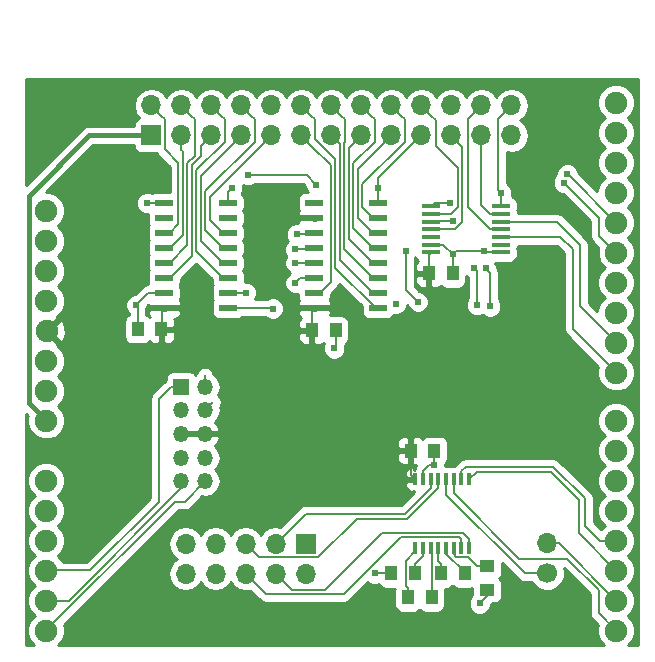
<source format=gbr>
G04 #@! TF.FileFunction,Copper,L1,Top,Signal*
%FSLAX46Y46*%
G04 Gerber Fmt 4.6, Leading zero omitted, Abs format (unit mm)*
G04 Created by KiCad (PCBNEW 4.0.6) date 01/08/18 13:51:24*
%MOMM*%
%LPD*%
G01*
G04 APERTURE LIST*
%ADD10C,0.101600*%
%ADD11C,1.905000*%
%ADD12C,0.076200*%
%ADD13R,1.350000X1.350000*%
%ADD14O,1.350000X1.350000*%
%ADD15R,1.000000X1.250000*%
%ADD16R,1.250000X1.000000*%
%ADD17R,1.700000X1.700000*%
%ADD18O,1.700000X1.700000*%
%ADD19C,1.700000*%
%ADD20R,1.500000X0.600000*%
%ADD21R,1.500000X0.450000*%
%ADD22R,0.400000X1.000000*%
%ADD23C,0.609600*%
%ADD24C,0.203200*%
%ADD25C,0.381000*%
%ADD26C,0.254000*%
G04 APERTURE END LIST*
D10*
D11*
X112014000Y-91948000D03*
X112039400Y-94513400D03*
X112039400Y-97053400D03*
X112039400Y-99593400D03*
X112064800Y-102133400D03*
X112039400Y-104673400D03*
X112039400Y-107213400D03*
X112014000Y-109728000D03*
X112014000Y-114808000D03*
X112014000Y-117348000D03*
X112014000Y-127508000D03*
X160274000Y-127508000D03*
X112014000Y-124968000D03*
X112014000Y-119888000D03*
X112014000Y-122428000D03*
X160274000Y-124968000D03*
X160274000Y-122428000D03*
X160274000Y-119888000D03*
X160274000Y-117348000D03*
X160274000Y-114808000D03*
X160299400Y-95504000D03*
X160299400Y-92964000D03*
X160274000Y-90424000D03*
X160274000Y-103124000D03*
X160274000Y-98044000D03*
X160274000Y-105664000D03*
X160274000Y-112268000D03*
X160274000Y-109728000D03*
X160274000Y-100584000D03*
X160274000Y-87884000D03*
X160274000Y-85344000D03*
X160274000Y-82804000D03*
D12*
X109474000Y-75438000D03*
D13*
X123458180Y-106860360D03*
D14*
X125458180Y-106860360D03*
X123458180Y-108860360D03*
X125458180Y-108860360D03*
X123458180Y-110860360D03*
X125458180Y-110860360D03*
X123458180Y-112860360D03*
X125458180Y-112860360D03*
X123458180Y-114860360D03*
X125458180Y-114860360D03*
D15*
X121777000Y-101981000D03*
X119777000Y-101981000D03*
X134523180Y-102097360D03*
X136523180Y-102097360D03*
X144429180Y-97271360D03*
X146429180Y-97271360D03*
X142891000Y-112268000D03*
X144891000Y-112268000D03*
X142651180Y-124703360D03*
X144651180Y-124703360D03*
X145445180Y-122671360D03*
X147445180Y-122671360D03*
X143254180Y-122671360D03*
X141254180Y-122671360D03*
D16*
X149366180Y-124052360D03*
X149366180Y-122052360D03*
D17*
X120918180Y-85587360D03*
D18*
X120918180Y-83047360D03*
X123458180Y-85587360D03*
X123458180Y-83047360D03*
X125998180Y-85587360D03*
X125998180Y-83047360D03*
X128538180Y-85587360D03*
X128538180Y-83047360D03*
X131078180Y-85587360D03*
X131078180Y-83047360D03*
X133618180Y-85587360D03*
X133618180Y-83047360D03*
X136158180Y-85587360D03*
X136158180Y-83047360D03*
X138698180Y-85587360D03*
X138698180Y-83047360D03*
X141238180Y-85587360D03*
X141238180Y-83047360D03*
X143778180Y-85587360D03*
X143778180Y-83047360D03*
X146318180Y-85587360D03*
X146318180Y-83047360D03*
X148858180Y-85587360D03*
X148858180Y-83047360D03*
X151398180Y-85587360D03*
X151398180Y-83047360D03*
D17*
X133999180Y-120142000D03*
D18*
X133999180Y-122682000D03*
X131459180Y-120142000D03*
X131459180Y-122682000D03*
X128919180Y-120142000D03*
X128919180Y-122682000D03*
X126379180Y-120142000D03*
X126379180Y-122682000D03*
X123839180Y-120142000D03*
X123839180Y-122682000D03*
D19*
X154446180Y-122671360D03*
D18*
X154446180Y-120131360D03*
D20*
X127428180Y-100192360D03*
X127428180Y-98922360D03*
X127428180Y-97652360D03*
X127428180Y-96382360D03*
X127428180Y-95112360D03*
X127428180Y-93842360D03*
X127428180Y-92572360D03*
X127428180Y-91302360D03*
X122028180Y-91302360D03*
X122028180Y-92572360D03*
X122028180Y-93842360D03*
X122028180Y-95112360D03*
X122028180Y-96382360D03*
X122028180Y-97652360D03*
X122028180Y-98922360D03*
X122028180Y-100192360D03*
X140128180Y-100192360D03*
X140128180Y-98922360D03*
X140128180Y-97652360D03*
X140128180Y-96382360D03*
X140128180Y-95112360D03*
X140128180Y-93842360D03*
X140128180Y-92572360D03*
X140128180Y-91302360D03*
X134728180Y-91302360D03*
X134728180Y-92572360D03*
X134728180Y-93842360D03*
X134728180Y-95112360D03*
X134728180Y-96382360D03*
X134728180Y-97652360D03*
X134728180Y-98922360D03*
X134728180Y-100192360D03*
D21*
X150538180Y-95482360D03*
X150538180Y-94832360D03*
X150538180Y-94182360D03*
X150538180Y-93532360D03*
X150538180Y-92882360D03*
X150538180Y-92232360D03*
X150538180Y-91582360D03*
X144638180Y-91582360D03*
X144638180Y-92232360D03*
X144638180Y-92882360D03*
X144638180Y-93532360D03*
X144638180Y-94182360D03*
X144638180Y-94832360D03*
X144638180Y-95482360D03*
D22*
X143281180Y-120491360D03*
X143931180Y-120491360D03*
X144581180Y-120491360D03*
X145231180Y-120491360D03*
X145881180Y-120491360D03*
X146531180Y-120491360D03*
X147181180Y-120491360D03*
X147831180Y-120491360D03*
X147831180Y-114691360D03*
X147181180Y-114691360D03*
X146531180Y-114691360D03*
X145881180Y-114691360D03*
X145231180Y-114691360D03*
X144581180Y-114691360D03*
X143931180Y-114691360D03*
X143281180Y-114691360D03*
D23*
X119634000Y-99949000D03*
X144855946Y-113522043D03*
X136404817Y-103616632D03*
X148731180Y-125211360D03*
X139841180Y-122671360D03*
X150544134Y-90440757D03*
X140158832Y-90036411D03*
X133110180Y-96382360D03*
X149112180Y-95366360D03*
X127776180Y-90032360D03*
X146445180Y-95620360D03*
X156152243Y-88856293D03*
X128915893Y-98897650D03*
X133237180Y-93969360D03*
X133111196Y-98076046D03*
X129090931Y-88949754D03*
X155836021Y-89579210D03*
X134884623Y-89743516D03*
X120537180Y-91302360D03*
X148243718Y-96787416D03*
X148477180Y-99938360D03*
X146445180Y-92826360D03*
X149221580Y-96837562D03*
X149620180Y-100065360D03*
X146191180Y-91302360D03*
X143512237Y-99683452D03*
X142484113Y-95366360D03*
X133110180Y-95239360D03*
X131229127Y-100239335D03*
X141653447Y-99836610D03*
D24*
X146268190Y-92232360D02*
X146890630Y-91609920D01*
X144638180Y-92232360D02*
X146268190Y-92232360D01*
X145030483Y-84299663D02*
X144628179Y-83897359D01*
X146890630Y-91609920D02*
X146890630Y-88356065D01*
X146890630Y-88356065D02*
X145030483Y-86495918D01*
X145030483Y-86495918D02*
X145030483Y-84299663D01*
X144628179Y-83897359D02*
X143778180Y-83047360D01*
X150538180Y-92232360D02*
X149584980Y-92232360D01*
X149584980Y-92232360D02*
X148858180Y-91505560D01*
X148858180Y-91505560D02*
X148858180Y-86789441D01*
X148858180Y-86789441D02*
X148858180Y-85587360D01*
X150538180Y-93532360D02*
X149584980Y-93532360D01*
X149584980Y-93532360D02*
X147728779Y-91676159D01*
X147728779Y-91676159D02*
X147728779Y-84176761D01*
X147728779Y-84176761D02*
X148008181Y-83897359D01*
X148008181Y-83897359D02*
X148858180Y-83047360D01*
X144638180Y-93532360D02*
X146623764Y-93532360D01*
X146623764Y-93532360D02*
X147271641Y-92884483D01*
X147271641Y-92884483D02*
X147271641Y-86540821D01*
X147271641Y-86540821D02*
X147168179Y-86437359D01*
X147168179Y-86437359D02*
X146318180Y-85587360D01*
X122028180Y-98922360D02*
X120660640Y-98922360D01*
X120660640Y-98922360D02*
X119634000Y-99949000D01*
X119777000Y-101981000D02*
X119777000Y-100092000D01*
X119777000Y-100092000D02*
X119634000Y-99949000D01*
X144891000Y-112268000D02*
X144891000Y-113486989D01*
X144891000Y-113486989D02*
X144855946Y-113522043D01*
X144397297Y-113522043D02*
X144424894Y-113522043D01*
X143931180Y-113988160D02*
X144397297Y-113522043D01*
X143931180Y-114691360D02*
X143931180Y-113988160D01*
X144424894Y-113522043D02*
X144855946Y-113522043D01*
X136523180Y-103498269D02*
X136404817Y-103616632D01*
X136523180Y-102097360D02*
X136523180Y-103498269D01*
X149366180Y-124052360D02*
X149366180Y-124576360D01*
X149366180Y-124576360D02*
X148731180Y-125211360D01*
X141254180Y-122671360D02*
X139841180Y-122671360D01*
X150544134Y-90440757D02*
X150268779Y-90165402D01*
X150268779Y-90165402D02*
X150268779Y-84176761D01*
X150268779Y-84176761D02*
X150548181Y-83897359D01*
X150548181Y-83897359D02*
X151398180Y-83047360D01*
X150538180Y-90446711D02*
X150544134Y-90440757D01*
X150538180Y-91582360D02*
X150538180Y-90446711D01*
X140128180Y-90067063D02*
X140158832Y-90036411D01*
X140128180Y-91302360D02*
X140128180Y-90067063D01*
X140158832Y-89605359D02*
X140158832Y-90036411D01*
X140158832Y-89206708D02*
X140158832Y-89605359D01*
X143778180Y-85587360D02*
X140158832Y-89206708D01*
X149112180Y-95366360D02*
X146699180Y-95366360D01*
X146699180Y-95366360D02*
X146445180Y-95620360D01*
X134728180Y-96382360D02*
X133110180Y-96382360D01*
X150538180Y-95482360D02*
X149228180Y-95482360D01*
X149228180Y-95482360D02*
X149112180Y-95366360D01*
X146445180Y-95620360D02*
X145657180Y-94832360D01*
X145657180Y-94832360D02*
X144638180Y-94832360D01*
X127428180Y-91302360D02*
X127428180Y-90380360D01*
X127428180Y-90380360D02*
X127776180Y-90032360D01*
X146429180Y-97271360D02*
X146429180Y-95636360D01*
X146429180Y-95636360D02*
X146445180Y-95620360D01*
X156191693Y-88856293D02*
X156152243Y-88856293D01*
X160299400Y-92964000D02*
X156191693Y-88856293D01*
X128891183Y-98922360D02*
X128915893Y-98897650D01*
X127428180Y-98922360D02*
X128891183Y-98922360D01*
X127428180Y-98922360D02*
X126978180Y-98922360D01*
X125458180Y-105905766D02*
X125458180Y-106860360D01*
X127878180Y-98922360D02*
X127428180Y-98922360D01*
X133237180Y-93969360D02*
X134601180Y-93969360D01*
X134601180Y-93969360D02*
X134728180Y-93842360D01*
X133534882Y-97652360D02*
X133415995Y-97771247D01*
X134728180Y-97652360D02*
X133534882Y-97652360D01*
X133415995Y-97771247D02*
X133111196Y-98076046D01*
X126133179Y-108185361D02*
X125458180Y-108860360D01*
X142891000Y-112268000D02*
X142891000Y-114301180D01*
X142891000Y-114301180D02*
X143281180Y-114691360D01*
X121823180Y-102097360D02*
X121823180Y-100397360D01*
X121823180Y-100397360D02*
X122028180Y-100192360D01*
X134523180Y-102097360D02*
X134523180Y-100397360D01*
X134523180Y-100397360D02*
X134728180Y-100192360D01*
X144429180Y-97271360D02*
X144429180Y-95691360D01*
X144429180Y-95691360D02*
X144638180Y-95482360D01*
X112028180Y-127497360D02*
X112032675Y-127497360D01*
X112032675Y-127497360D02*
X122952334Y-116577701D01*
X122952334Y-116577701D02*
X123740839Y-116577701D01*
X123740839Y-116577701D02*
X125458180Y-114860360D01*
X129521983Y-88949754D02*
X129090931Y-88949754D01*
X134090861Y-88949754D02*
X129521983Y-88949754D01*
X134884623Y-89743516D02*
X134090861Y-88949754D01*
X160299400Y-95504000D02*
X160232230Y-95504000D01*
X155851793Y-89579210D02*
X155836021Y-89579210D01*
X160232230Y-95504000D02*
X158812996Y-94084766D01*
X158812996Y-94084766D02*
X158812996Y-92540413D01*
X158812996Y-92540413D02*
X155851793Y-89579210D01*
X120537180Y-91302360D02*
X122028180Y-91302360D01*
X142651180Y-124703360D02*
X142651180Y-123875160D01*
X142651180Y-123875160D02*
X142474779Y-123698759D01*
X142474779Y-123698759D02*
X142474779Y-121597761D01*
X142474779Y-121597761D02*
X143281180Y-120791360D01*
X143281180Y-120791360D02*
X143281180Y-120491360D01*
X144651180Y-124703360D02*
X144651180Y-120561360D01*
X144651180Y-120561360D02*
X144581180Y-120491360D01*
X145445180Y-122671360D02*
X145445180Y-121843160D01*
X145445180Y-121843160D02*
X145231180Y-121629160D01*
X145231180Y-121629160D02*
X145231180Y-121194560D01*
X145231180Y-121194560D02*
X145231180Y-120491360D01*
X147445180Y-122671360D02*
X147445180Y-122546360D01*
X145881180Y-120982360D02*
X145881180Y-120491360D01*
X147445180Y-122546360D02*
X145881180Y-120982360D01*
X143254180Y-122671360D02*
X143254180Y-121843160D01*
X143254180Y-121843160D02*
X143931180Y-121166160D01*
X143931180Y-121166160D02*
X143931180Y-120491360D01*
X149366180Y-122052360D02*
X148537980Y-122052360D01*
X148537980Y-122052360D02*
X147756381Y-121270761D01*
X146757659Y-121270761D02*
X146531180Y-121044282D01*
X147756381Y-121270761D02*
X146757659Y-121270761D01*
X146531180Y-121044282D02*
X146531180Y-120491360D01*
D25*
X120918180Y-85587360D02*
X115644812Y-85587360D01*
X115644812Y-85587360D02*
X110547806Y-90684366D01*
X110547806Y-90684366D02*
X110547806Y-108236986D01*
X110547806Y-108236986D02*
X112028180Y-109717360D01*
D24*
X121768179Y-83897359D02*
X120918180Y-83047360D01*
X122047581Y-86772641D02*
X122047581Y-84176761D01*
X122028180Y-93842360D02*
X122478180Y-93842360D01*
X122478180Y-93842360D02*
X123210404Y-93110136D01*
X123210404Y-93110136D02*
X123210404Y-87935464D01*
X123210404Y-87935464D02*
X122047581Y-86772641D01*
X122047581Y-84176761D02*
X121768179Y-83897359D01*
X123458180Y-86789441D02*
X123458180Y-85587360D01*
X122028180Y-95112360D02*
X122478180Y-95112360D01*
X123591415Y-86922676D02*
X123458180Y-86789441D01*
X123591415Y-93999125D02*
X123591415Y-86922676D01*
X122478180Y-95112360D02*
X123591415Y-93999125D01*
X123972426Y-94888114D02*
X123972426Y-87932454D01*
X124308179Y-83897359D02*
X123458180Y-83047360D01*
X123972426Y-87932454D02*
X124587581Y-87317299D01*
X122028180Y-96382360D02*
X122478180Y-96382360D01*
X124587581Y-87317299D02*
X124587581Y-84176761D01*
X122478180Y-96382360D02*
X123972426Y-94888114D01*
X124587581Y-84176761D02*
X124308179Y-83897359D01*
X125148181Y-86437359D02*
X125998180Y-85587360D01*
X124353437Y-95777103D02*
X124353437Y-88090273D01*
X122028180Y-97652360D02*
X122478180Y-97652360D01*
X122478180Y-97652360D02*
X124353437Y-95777103D01*
X125148181Y-87295529D02*
X125148181Y-86437359D01*
X124353437Y-88090273D02*
X125148181Y-87295529D01*
X126848179Y-83897359D02*
X125998180Y-83047360D01*
X127127581Y-84176761D02*
X126848179Y-83897359D01*
X124734448Y-95408628D02*
X124734448Y-88522606D01*
X127428180Y-97652360D02*
X126978180Y-97652360D01*
X126978180Y-97652360D02*
X124734448Y-95408628D01*
X127127581Y-86129473D02*
X127127581Y-84176761D01*
X124734448Y-88522606D02*
X127127581Y-86129473D01*
X125115459Y-89010081D02*
X127688181Y-86437359D01*
X126978180Y-96382360D02*
X125115459Y-94519639D01*
X127428180Y-96382360D02*
X126978180Y-96382360D01*
X127688181Y-86437359D02*
X128538180Y-85587360D01*
X125115459Y-94519639D02*
X125115459Y-89010081D01*
X126978180Y-95112360D02*
X125496470Y-93630650D01*
X129667581Y-84176761D02*
X129388179Y-83897359D01*
X129667581Y-86129473D02*
X129667581Y-84176761D01*
X127428180Y-95112360D02*
X126978180Y-95112360D01*
X129388179Y-83897359D02*
X128538180Y-83047360D01*
X125496470Y-93630650D02*
X125496470Y-90300584D01*
X125496470Y-90300584D02*
X129667581Y-86129473D01*
X126978180Y-93842360D02*
X125877481Y-92741661D01*
X125877481Y-92741661D02*
X125877481Y-90788059D01*
X127428180Y-93842360D02*
X126978180Y-93842360D01*
X130228181Y-86437359D02*
X131078180Y-85587360D01*
X125877481Y-90788059D02*
X130228181Y-86437359D01*
X136106234Y-88075414D02*
X134468179Y-86437359D01*
X134468179Y-86437359D02*
X133618180Y-85587360D01*
X134728180Y-98922360D02*
X135178180Y-98922360D01*
X135178180Y-98922360D02*
X136106234Y-97994306D01*
X136106234Y-97994306D02*
X136106234Y-88075414D01*
X140128180Y-100192360D02*
X139911177Y-100192360D01*
X139911177Y-100192360D02*
X136487245Y-96768428D01*
X136487245Y-96768428D02*
X136487245Y-87587939D01*
X136487245Y-87587939D02*
X134747581Y-85848275D01*
X134747581Y-85848275D02*
X134747581Y-84176761D01*
X134747581Y-84176761D02*
X134468179Y-83897359D01*
X134468179Y-83897359D02*
X133618180Y-83047360D01*
X140128180Y-98922360D02*
X139678180Y-98922360D01*
X136868256Y-86297436D02*
X136158180Y-85587360D01*
X136868256Y-96112436D02*
X136868256Y-86297436D01*
X139678180Y-98922360D02*
X136868256Y-96112436D01*
X140128180Y-97652360D02*
X139678180Y-97652360D01*
X139678180Y-97652360D02*
X137249267Y-95223447D01*
X137249267Y-95223447D02*
X137249267Y-86167787D01*
X137249267Y-86167787D02*
X137287581Y-86129473D01*
X137287581Y-86129473D02*
X137287581Y-84176761D01*
X137287581Y-84176761D02*
X137008179Y-83897359D01*
X137008179Y-83897359D02*
X136158180Y-83047360D01*
X140128180Y-96382360D02*
X139678180Y-96382360D01*
X139678180Y-96382360D02*
X137630278Y-94334458D01*
X137630278Y-94334458D02*
X137630278Y-86655262D01*
X137630278Y-86655262D02*
X137848181Y-86437359D01*
X137848181Y-86437359D02*
X138698180Y-85587360D01*
X140128180Y-95112360D02*
X139678180Y-95112360D01*
X138011289Y-87945765D02*
X139827581Y-86129473D01*
X139678180Y-95112360D02*
X138011289Y-93445469D01*
X138011289Y-93445469D02*
X138011289Y-87945765D01*
X139827581Y-86129473D02*
X139827581Y-84176761D01*
X139827581Y-84176761D02*
X139548179Y-83897359D01*
X139548179Y-83897359D02*
X138698180Y-83047360D01*
X140128180Y-93842360D02*
X139678180Y-93842360D01*
X139678180Y-93842360D02*
X138392300Y-92556480D01*
X138392300Y-92556480D02*
X138392300Y-88433240D01*
X138392300Y-88433240D02*
X140388181Y-86437359D01*
X140388181Y-86437359D02*
X141238180Y-85587360D01*
X138773311Y-91667491D02*
X138773311Y-89723743D01*
X142367581Y-86129473D02*
X142367581Y-84176761D01*
X140128180Y-92572360D02*
X139678180Y-92572360D01*
X139678180Y-92572360D02*
X138773311Y-91667491D01*
X138773311Y-89723743D02*
X142367581Y-86129473D01*
X142367581Y-84176761D02*
X142088179Y-83897359D01*
X142088179Y-83897359D02*
X141238180Y-83047360D01*
X148477180Y-97020878D02*
X148243718Y-96787416D01*
X148477180Y-99938360D02*
X148477180Y-97020878D01*
X146445180Y-92826360D02*
X144694180Y-92826360D01*
X144694180Y-92826360D02*
X144638180Y-92882360D01*
X154446180Y-122671360D02*
X152541180Y-122671360D01*
X152541180Y-122671360D02*
X145881180Y-116011360D01*
X145881180Y-116011360D02*
X145881180Y-114691360D01*
X156605180Y-95239360D02*
X155548180Y-94182360D01*
X155548180Y-94182360D02*
X150538180Y-94182360D01*
X156605180Y-101970360D02*
X156605180Y-95239360D01*
X160288180Y-105653360D02*
X156605180Y-101970360D01*
X149620180Y-97236162D02*
X149526379Y-97142361D01*
X149620180Y-100065360D02*
X149620180Y-97236162D01*
X149526379Y-97142361D02*
X149221580Y-96837562D01*
X146191180Y-91302360D02*
X144918180Y-91302360D01*
X144918180Y-91302360D02*
X144638180Y-91582360D01*
X157240180Y-94858360D02*
X155264180Y-92882360D01*
X155264180Y-92882360D02*
X150538180Y-92882360D01*
X157240180Y-100065360D02*
X157240180Y-94858360D01*
X160288180Y-103113360D02*
X157240180Y-100065360D01*
X131459180Y-120142000D02*
X134006683Y-117594497D01*
X142381243Y-117594497D02*
X144581180Y-115394560D01*
X144581180Y-115394560D02*
X144581180Y-114691360D01*
X134006683Y-117594497D02*
X142381243Y-117594497D01*
X135667549Y-124047451D02*
X140474481Y-119240519D01*
X147283539Y-119240519D02*
X147831180Y-119788160D01*
X140474481Y-119240519D02*
X147283539Y-119240519D01*
X132824631Y-124047451D02*
X135667549Y-124047451D01*
X131459180Y-122682000D02*
X132824631Y-124047451D01*
X147831180Y-119788160D02*
X147831180Y-120491360D01*
X128919180Y-120142000D02*
X130048581Y-121271401D01*
X130048581Y-121271401D02*
X135072701Y-121271401D01*
X135072701Y-121271401D02*
X138303000Y-118041102D01*
X138303000Y-118041102D02*
X142584638Y-118041102D01*
X142584638Y-118041102D02*
X145231180Y-115394560D01*
X145231180Y-115394560D02*
X145231180Y-114691360D01*
X147014550Y-119621530D02*
X147181180Y-119788160D01*
X142026392Y-119621530D02*
X147014550Y-119621530D01*
X130665642Y-124428462D02*
X137219460Y-124428462D01*
X128919180Y-122682000D02*
X130665642Y-124428462D01*
X137219460Y-124428462D02*
X142026392Y-119621530D01*
X147181180Y-119788160D02*
X147181180Y-120491360D01*
X160274000Y-124968000D02*
X155437360Y-120131360D01*
X155437360Y-120131360D02*
X154446180Y-120131360D01*
X157099000Y-116459000D02*
X157099000Y-119253000D01*
X157099000Y-119253000D02*
X160274000Y-122428000D01*
X154734161Y-114094161D02*
X157099000Y-116459000D01*
X154734161Y-114054360D02*
X154734161Y-114094161D01*
X154734161Y-114054360D02*
X148468180Y-114054360D01*
X148468180Y-114054360D02*
X147831180Y-114691360D01*
X146531180Y-114691360D02*
X146531180Y-115899360D01*
X146531180Y-115899360D02*
X152082622Y-121450802D01*
X158791004Y-124078128D02*
X158791004Y-126025004D01*
X152082622Y-121450802D02*
X156163678Y-121450802D01*
X156163678Y-121450802D02*
X158791004Y-124078128D01*
X158791004Y-126025004D02*
X160274000Y-127508000D01*
X157634079Y-118645079D02*
X158877000Y-119888000D01*
X158877000Y-119888000D02*
X160274000Y-119888000D01*
X157634079Y-116321360D02*
X157634079Y-118645079D01*
X157634079Y-116321360D02*
X154952395Y-113639676D01*
X154952395Y-113639676D02*
X147529664Y-113639676D01*
X147529664Y-113639676D02*
X147181180Y-113988160D01*
X147181180Y-113988160D02*
X147181180Y-114691360D01*
X142484113Y-98655328D02*
X143207438Y-99378653D01*
X142484113Y-95366360D02*
X142484113Y-98655328D01*
X143207438Y-99378653D02*
X143512237Y-99683452D01*
X133110180Y-95239360D02*
X134601180Y-95239360D01*
X134601180Y-95239360D02*
X134728180Y-95112360D01*
X131182152Y-100192360D02*
X131229127Y-100239335D01*
X127428180Y-100192360D02*
X131182152Y-100192360D01*
X112028180Y-122417360D02*
X115737855Y-122417360D01*
X115737855Y-122417360D02*
X121574806Y-116580409D01*
X121574806Y-116580409D02*
X121574806Y-107865534D01*
X121574806Y-107865534D02*
X122579980Y-106860360D01*
X122579980Y-106860360D02*
X123458180Y-106860360D01*
X123458180Y-114860360D02*
X123458180Y-115445960D01*
X112028180Y-124967553D02*
X112028180Y-124957360D01*
X123458180Y-115445960D02*
X113936587Y-124967553D01*
X113936587Y-124967553D02*
X112028180Y-124967553D01*
D26*
G36*
X162104000Y-128703000D02*
X161323939Y-128703000D01*
X161619032Y-128408421D01*
X161861224Y-127825159D01*
X161861775Y-127193612D01*
X161620602Y-126609928D01*
X161249065Y-126237743D01*
X161619032Y-125868421D01*
X161861224Y-125285159D01*
X161861775Y-124653612D01*
X161620602Y-124069928D01*
X161249065Y-123697743D01*
X161619032Y-123328421D01*
X161861224Y-122745159D01*
X161861775Y-122113612D01*
X161620602Y-121529928D01*
X161249065Y-121157743D01*
X161619032Y-120788421D01*
X161861224Y-120205159D01*
X161861775Y-119573612D01*
X161620602Y-118989928D01*
X161249065Y-118617743D01*
X161619032Y-118248421D01*
X161861224Y-117665159D01*
X161861775Y-117033612D01*
X161620602Y-116449928D01*
X161249065Y-116077743D01*
X161619032Y-115708421D01*
X161861224Y-115125159D01*
X161861775Y-114493612D01*
X161620602Y-113909928D01*
X161249065Y-113537743D01*
X161619032Y-113168421D01*
X161861224Y-112585159D01*
X161861775Y-111953612D01*
X161620602Y-111369928D01*
X161249065Y-110997743D01*
X161619032Y-110628421D01*
X161861224Y-110045159D01*
X161861775Y-109413612D01*
X161620602Y-108829928D01*
X161174421Y-108382968D01*
X160591159Y-108140776D01*
X159959612Y-108140225D01*
X159375928Y-108381398D01*
X158928968Y-108827579D01*
X158686776Y-109410841D01*
X158686225Y-110042388D01*
X158927398Y-110626072D01*
X159298935Y-110998257D01*
X158928968Y-111367579D01*
X158686776Y-111950841D01*
X158686225Y-112582388D01*
X158927398Y-113166072D01*
X159298935Y-113538257D01*
X158928968Y-113907579D01*
X158686776Y-114490841D01*
X158686225Y-115122388D01*
X158927398Y-115706072D01*
X159298935Y-116078257D01*
X158928968Y-116447579D01*
X158686776Y-117030841D01*
X158686225Y-117662388D01*
X158927398Y-118246072D01*
X159298935Y-118618257D01*
X158973667Y-118942957D01*
X158370679Y-118339969D01*
X158370679Y-116321360D01*
X158314609Y-116039475D01*
X158154934Y-115800505D01*
X155473250Y-113118821D01*
X155234280Y-112959146D01*
X154952395Y-112903076D01*
X147529664Y-112903076D01*
X147247779Y-112959146D01*
X147008809Y-113118821D01*
X146660325Y-113467305D01*
X146609132Y-113543920D01*
X146331180Y-113543920D01*
X146201591Y-113568304D01*
X146081180Y-113543920D01*
X145795728Y-113543920D01*
X145795864Y-113387061D01*
X145842441Y-113357090D01*
X145987431Y-113144890D01*
X146038440Y-112893000D01*
X146038440Y-111643000D01*
X145994162Y-111407683D01*
X145855090Y-111191559D01*
X145642890Y-111046569D01*
X145391000Y-110995560D01*
X144391000Y-110995560D01*
X144155683Y-111039838D01*
X143939559Y-111178910D01*
X143893031Y-111247006D01*
X143750698Y-111104673D01*
X143517309Y-111008000D01*
X143176750Y-111008000D01*
X143018000Y-111166750D01*
X143018000Y-112141000D01*
X143038000Y-112141000D01*
X143038000Y-112395000D01*
X143018000Y-112395000D01*
X143018000Y-113369250D01*
X143176750Y-113528000D01*
X143369770Y-113528000D01*
X143250650Y-113706275D01*
X143232813Y-113795949D01*
X143181180Y-113871516D01*
X143181180Y-113715110D01*
X143022430Y-113556360D01*
X142954870Y-113556360D01*
X142721481Y-113653033D01*
X142542853Y-113831662D01*
X142446180Y-114065051D01*
X142446180Y-114405610D01*
X142604930Y-114564360D01*
X143083740Y-114564360D01*
X143083740Y-114818360D01*
X142604930Y-114818360D01*
X142446180Y-114977110D01*
X142446180Y-115317669D01*
X142542853Y-115551058D01*
X142721481Y-115729687D01*
X142954870Y-115826360D01*
X143022430Y-115826360D01*
X143154178Y-115694612D01*
X143154178Y-115779852D01*
X142076133Y-116857897D01*
X134006683Y-116857897D01*
X133724798Y-116913967D01*
X133485828Y-117073642D01*
X131853190Y-118706280D01*
X131459180Y-118627907D01*
X130890895Y-118740946D01*
X130409126Y-119062853D01*
X130189180Y-119392026D01*
X129969234Y-119062853D01*
X129487465Y-118740946D01*
X128919180Y-118627907D01*
X128350895Y-118740946D01*
X127869126Y-119062853D01*
X127649180Y-119392026D01*
X127429234Y-119062853D01*
X126947465Y-118740946D01*
X126379180Y-118627907D01*
X125810895Y-118740946D01*
X125329126Y-119062853D01*
X125109180Y-119392026D01*
X124889234Y-119062853D01*
X124407465Y-118740946D01*
X123839180Y-118627907D01*
X123270895Y-118740946D01*
X122789126Y-119062853D01*
X122467219Y-119544622D01*
X122354180Y-120112907D01*
X122354180Y-120171093D01*
X122467219Y-120739378D01*
X122789126Y-121221147D01*
X123074758Y-121412000D01*
X122789126Y-121602853D01*
X122467219Y-122084622D01*
X122354180Y-122652907D01*
X122354180Y-122711093D01*
X122467219Y-123279378D01*
X122789126Y-123761147D01*
X123270895Y-124083054D01*
X123839180Y-124196093D01*
X124407465Y-124083054D01*
X124889234Y-123761147D01*
X125109180Y-123431974D01*
X125329126Y-123761147D01*
X125810895Y-124083054D01*
X126379180Y-124196093D01*
X126947465Y-124083054D01*
X127429234Y-123761147D01*
X127649180Y-123431974D01*
X127869126Y-123761147D01*
X128350895Y-124083054D01*
X128919180Y-124196093D01*
X129313190Y-124117720D01*
X130144787Y-124949317D01*
X130383757Y-125108992D01*
X130665642Y-125165062D01*
X137219460Y-125165062D01*
X137501345Y-125108992D01*
X137740315Y-124949317D01*
X139265110Y-123424522D01*
X139308131Y-123467619D01*
X139653422Y-123610997D01*
X140027298Y-123611323D01*
X140165518Y-123554211D01*
X140290090Y-123747801D01*
X140502290Y-123892791D01*
X140754180Y-123943800D01*
X141530989Y-123943800D01*
X141503740Y-124078360D01*
X141503740Y-125328360D01*
X141548018Y-125563677D01*
X141687090Y-125779801D01*
X141899290Y-125924791D01*
X142151180Y-125975800D01*
X143151180Y-125975800D01*
X143386497Y-125931522D01*
X143602621Y-125792450D01*
X143650314Y-125722649D01*
X143687090Y-125779801D01*
X143899290Y-125924791D01*
X144151180Y-125975800D01*
X145151180Y-125975800D01*
X145386497Y-125931522D01*
X145602621Y-125792450D01*
X145747611Y-125580250D01*
X145798620Y-125328360D01*
X145798620Y-124078360D01*
X145773301Y-123943800D01*
X145945180Y-123943800D01*
X146180497Y-123899522D01*
X146396621Y-123760450D01*
X146444314Y-123690649D01*
X146481090Y-123747801D01*
X146693290Y-123892791D01*
X146945180Y-123943800D01*
X147945180Y-123943800D01*
X148093740Y-123915846D01*
X148093740Y-124519769D01*
X147934921Y-124678311D01*
X147791543Y-125023602D01*
X147791217Y-125397478D01*
X147933992Y-125743019D01*
X148198131Y-126007619D01*
X148543422Y-126150997D01*
X148917298Y-126151323D01*
X149262839Y-126008548D01*
X149527439Y-125744409D01*
X149670817Y-125399118D01*
X149670892Y-125313358D01*
X149784450Y-125199800D01*
X149991180Y-125199800D01*
X150226497Y-125155522D01*
X150442621Y-125016450D01*
X150587611Y-124804250D01*
X150638620Y-124552360D01*
X150638620Y-123552360D01*
X150594342Y-123317043D01*
X150455270Y-123100919D01*
X150385469Y-123053226D01*
X150442621Y-123016450D01*
X150587611Y-122804250D01*
X150638620Y-122552360D01*
X150638620Y-121810510D01*
X152020325Y-123192215D01*
X152259295Y-123351890D01*
X152541180Y-123407960D01*
X153143765Y-123407960D01*
X153186524Y-123511446D01*
X153603897Y-123929548D01*
X154149499Y-124156102D01*
X154740269Y-124156617D01*
X155286266Y-123931016D01*
X155704368Y-123513643D01*
X155930922Y-122968041D01*
X155931437Y-122377271D01*
X155852985Y-122187402D01*
X155858568Y-122187402D01*
X158054404Y-124383238D01*
X158054404Y-126025004D01*
X158110474Y-126306889D01*
X158270149Y-126545859D01*
X158753776Y-127029486D01*
X158686776Y-127190841D01*
X158686225Y-127822388D01*
X158927398Y-128406072D01*
X159223808Y-128703000D01*
X113063939Y-128703000D01*
X113359032Y-128408421D01*
X113601224Y-127825159D01*
X113601775Y-127193612D01*
X113536386Y-127035359D01*
X123257444Y-117314301D01*
X123740839Y-117314301D01*
X124022724Y-117258231D01*
X124261694Y-117098556D01*
X125230144Y-116130106D01*
X125432516Y-116170360D01*
X125483844Y-116170360D01*
X125985159Y-116070642D01*
X126410154Y-115786670D01*
X126694126Y-115361675D01*
X126793844Y-114860360D01*
X126694126Y-114359045D01*
X126410154Y-113934050D01*
X126299869Y-113860360D01*
X126410154Y-113786670D01*
X126694126Y-113361675D01*
X126793844Y-112860360D01*
X126732856Y-112553750D01*
X141756000Y-112553750D01*
X141756000Y-113019310D01*
X141852673Y-113252699D01*
X142031302Y-113431327D01*
X142264691Y-113528000D01*
X142605250Y-113528000D01*
X142764000Y-113369250D01*
X142764000Y-112395000D01*
X141914750Y-112395000D01*
X141756000Y-112553750D01*
X126732856Y-112553750D01*
X126694126Y-112359045D01*
X126410154Y-111934050D01*
X126292494Y-111855432D01*
X126587658Y-111523993D01*
X126590682Y-111516690D01*
X141756000Y-111516690D01*
X141756000Y-111982250D01*
X141914750Y-112141000D01*
X142764000Y-112141000D01*
X142764000Y-111166750D01*
X142605250Y-111008000D01*
X142264691Y-111008000D01*
X142031302Y-111104673D01*
X141852673Y-111283301D01*
X141756000Y-111516690D01*
X126590682Y-111516690D01*
X126726090Y-111189760D01*
X126602404Y-110987360D01*
X125585180Y-110987360D01*
X125585180Y-111007360D01*
X125331180Y-111007360D01*
X125331180Y-110987360D01*
X123585180Y-110987360D01*
X123585180Y-111007360D01*
X123331180Y-111007360D01*
X123331180Y-110987360D01*
X123311180Y-110987360D01*
X123311180Y-110733360D01*
X123331180Y-110733360D01*
X123331180Y-110713360D01*
X123585180Y-110713360D01*
X123585180Y-110733360D01*
X125331180Y-110733360D01*
X125331180Y-110713360D01*
X125585180Y-110713360D01*
X125585180Y-110733360D01*
X126602404Y-110733360D01*
X126726090Y-110530960D01*
X126587658Y-110196727D01*
X126292494Y-109865288D01*
X126410154Y-109786670D01*
X126694126Y-109361675D01*
X126793844Y-108860360D01*
X126738144Y-108580337D01*
X126813709Y-108467245D01*
X126869779Y-108185361D01*
X126813709Y-107903476D01*
X126654034Y-107664506D01*
X126541862Y-107589555D01*
X126694126Y-107361675D01*
X126793844Y-106860360D01*
X126694126Y-106359045D01*
X126410154Y-105934050D01*
X126168256Y-105772419D01*
X126138710Y-105623881D01*
X125979035Y-105384911D01*
X125740065Y-105225236D01*
X125458180Y-105169166D01*
X125176295Y-105225236D01*
X124937325Y-105384911D01*
X124777650Y-105623881D01*
X124748104Y-105772419D01*
X124659948Y-105831323D01*
X124597270Y-105733919D01*
X124385070Y-105588929D01*
X124133180Y-105537920D01*
X122783180Y-105537920D01*
X122547863Y-105582198D01*
X122331739Y-105721270D01*
X122186749Y-105933470D01*
X122135740Y-106185360D01*
X122135740Y-106288312D01*
X122067528Y-106333890D01*
X122059125Y-106339505D01*
X121053951Y-107344679D01*
X120894276Y-107583649D01*
X120838206Y-107865534D01*
X120838206Y-116275299D01*
X115432745Y-121680760D01*
X113422924Y-121680760D01*
X113360602Y-121529928D01*
X112989065Y-121157743D01*
X113359032Y-120788421D01*
X113601224Y-120205159D01*
X113601775Y-119573612D01*
X113360602Y-118989928D01*
X112989065Y-118617743D01*
X113359032Y-118248421D01*
X113601224Y-117665159D01*
X113601775Y-117033612D01*
X113360602Y-116449928D01*
X112989065Y-116077743D01*
X113359032Y-115708421D01*
X113601224Y-115125159D01*
X113601775Y-114493612D01*
X113360602Y-113909928D01*
X112914421Y-113462968D01*
X112331159Y-113220776D01*
X111699612Y-113220225D01*
X111115928Y-113461398D01*
X110668968Y-113907579D01*
X110426776Y-114490841D01*
X110426225Y-115122388D01*
X110667398Y-115706072D01*
X111038935Y-116078257D01*
X110668968Y-116447579D01*
X110426776Y-117030841D01*
X110426225Y-117662388D01*
X110667398Y-118246072D01*
X111038935Y-118618257D01*
X110668968Y-118987579D01*
X110426776Y-119570841D01*
X110426225Y-120202388D01*
X110667398Y-120786072D01*
X111038935Y-121158257D01*
X110668968Y-121527579D01*
X110426776Y-122110841D01*
X110426225Y-122742388D01*
X110667398Y-123326072D01*
X111038935Y-123698257D01*
X110668968Y-124067579D01*
X110426776Y-124650841D01*
X110426225Y-125282388D01*
X110667398Y-125866072D01*
X111038935Y-126238257D01*
X110668968Y-126607579D01*
X110426776Y-127190841D01*
X110426225Y-127822388D01*
X110667398Y-128406072D01*
X110963808Y-128703000D01*
X110311000Y-128703000D01*
X110311000Y-109167614D01*
X110464171Y-109320785D01*
X110426776Y-109410841D01*
X110426225Y-110042388D01*
X110667398Y-110626072D01*
X111113579Y-111073032D01*
X111696841Y-111315224D01*
X112328388Y-111315775D01*
X112912072Y-111074602D01*
X113359032Y-110628421D01*
X113601224Y-110045159D01*
X113601775Y-109413612D01*
X113360602Y-108829928D01*
X113014443Y-108483165D01*
X113384432Y-108113821D01*
X113626624Y-107530559D01*
X113627175Y-106899012D01*
X113386002Y-106315328D01*
X113014465Y-105943143D01*
X113384432Y-105573821D01*
X113626624Y-104990559D01*
X113627175Y-104359012D01*
X113386002Y-103775328D01*
X112966615Y-103355209D01*
X113003354Y-103251559D01*
X112064800Y-102313005D01*
X112050658Y-102327148D01*
X111871053Y-102147543D01*
X111885195Y-102133400D01*
X112244405Y-102133400D01*
X113182959Y-103071954D01*
X113444888Y-102979112D01*
X113663475Y-102386599D01*
X113638678Y-101755539D01*
X113444888Y-101287688D01*
X113182959Y-101194846D01*
X112244405Y-102133400D01*
X111885195Y-102133400D01*
X111871053Y-102119258D01*
X112050658Y-101939653D01*
X112064800Y-101953795D01*
X113003354Y-101015241D01*
X112966436Y-100911088D01*
X113384432Y-100493821D01*
X113626624Y-99910559D01*
X113627175Y-99279012D01*
X113386002Y-98695328D01*
X113014465Y-98323143D01*
X113384432Y-97953821D01*
X113626624Y-97370559D01*
X113627175Y-96739012D01*
X113386002Y-96155328D01*
X113014465Y-95783143D01*
X113384432Y-95413821D01*
X113626624Y-94830559D01*
X113627175Y-94199012D01*
X113386002Y-93615328D01*
X112989088Y-93217721D01*
X113359032Y-92848421D01*
X113601224Y-92265159D01*
X113601775Y-91633612D01*
X113360602Y-91049928D01*
X112914421Y-90602968D01*
X112331159Y-90360776D01*
X112039085Y-90360521D01*
X115986746Y-86412860D01*
X119420740Y-86412860D01*
X119420740Y-86437360D01*
X119465018Y-86672677D01*
X119604090Y-86888801D01*
X119816290Y-87033791D01*
X120068180Y-87084800D01*
X121387279Y-87084800D01*
X121526726Y-87293496D01*
X122473804Y-88240574D01*
X122473804Y-90354920D01*
X121278180Y-90354920D01*
X121042863Y-90399198D01*
X120952622Y-90457266D01*
X120724938Y-90362723D01*
X120351062Y-90362397D01*
X120005521Y-90505172D01*
X119740921Y-90769311D01*
X119597543Y-91114602D01*
X119597217Y-91488478D01*
X119739992Y-91834019D01*
X120004131Y-92098619D01*
X120349422Y-92241997D01*
X120636838Y-92242248D01*
X120630740Y-92272360D01*
X120630740Y-92872360D01*
X120675018Y-93107677D01*
X120738858Y-93206888D01*
X120681749Y-93290470D01*
X120630740Y-93542360D01*
X120630740Y-94142360D01*
X120675018Y-94377677D01*
X120738858Y-94476888D01*
X120681749Y-94560470D01*
X120630740Y-94812360D01*
X120630740Y-95412360D01*
X120675018Y-95647677D01*
X120738858Y-95746888D01*
X120681749Y-95830470D01*
X120630740Y-96082360D01*
X120630740Y-96682360D01*
X120675018Y-96917677D01*
X120738858Y-97016888D01*
X120681749Y-97100470D01*
X120630740Y-97352360D01*
X120630740Y-97952360D01*
X120674657Y-98185760D01*
X120660640Y-98185760D01*
X120378755Y-98241830D01*
X120139785Y-98401505D01*
X119532179Y-99009111D01*
X119447882Y-99009037D01*
X119102341Y-99151812D01*
X118837741Y-99415951D01*
X118694363Y-99761242D01*
X118694037Y-100135118D01*
X118836812Y-100480659D01*
X119040400Y-100684602D01*
X119040400Y-100753664D01*
X118825559Y-100891910D01*
X118680569Y-101104110D01*
X118629560Y-101356000D01*
X118629560Y-102606000D01*
X118673838Y-102841317D01*
X118812910Y-103057441D01*
X119025110Y-103202431D01*
X119277000Y-103253440D01*
X120277000Y-103253440D01*
X120512317Y-103209162D01*
X120728441Y-103070090D01*
X120774969Y-103001994D01*
X120917302Y-103144327D01*
X121150691Y-103241000D01*
X121491250Y-103241000D01*
X121650000Y-103082250D01*
X121650000Y-102108000D01*
X121904000Y-102108000D01*
X121904000Y-103082250D01*
X122062750Y-103241000D01*
X122403309Y-103241000D01*
X122636698Y-103144327D01*
X122815327Y-102965699D01*
X122912000Y-102732310D01*
X122912000Y-102383110D01*
X133388180Y-102383110D01*
X133388180Y-102848670D01*
X133484853Y-103082059D01*
X133663482Y-103260687D01*
X133896871Y-103357360D01*
X134237430Y-103357360D01*
X134396180Y-103198610D01*
X134396180Y-102224360D01*
X133546930Y-102224360D01*
X133388180Y-102383110D01*
X122912000Y-102383110D01*
X122912000Y-102266750D01*
X122753250Y-102108000D01*
X121904000Y-102108000D01*
X121650000Y-102108000D01*
X121630000Y-102108000D01*
X121630000Y-101854000D01*
X121650000Y-101854000D01*
X121650000Y-101834000D01*
X121904000Y-101834000D01*
X121904000Y-101854000D01*
X122753250Y-101854000D01*
X122912000Y-101695250D01*
X122912000Y-101229690D01*
X122869613Y-101127360D01*
X122904489Y-101127360D01*
X123137878Y-101030687D01*
X123316507Y-100852059D01*
X123413180Y-100618670D01*
X123413180Y-100478110D01*
X123254430Y-100319360D01*
X122155180Y-100319360D01*
X122155180Y-100339360D01*
X121901180Y-100339360D01*
X121901180Y-100319360D01*
X120801930Y-100319360D01*
X120643180Y-100478110D01*
X120643180Y-100618670D01*
X120739853Y-100852059D01*
X120811384Y-100923590D01*
X120776064Y-100958910D01*
X120741090Y-100904559D01*
X120528890Y-100759569D01*
X120513600Y-100756473D01*
X120513600Y-100281342D01*
X120573637Y-100136758D01*
X120573712Y-100050998D01*
X120680640Y-99944070D01*
X120801930Y-100065360D01*
X121901180Y-100065360D01*
X121901180Y-100045360D01*
X122155180Y-100045360D01*
X122155180Y-100065360D01*
X123254430Y-100065360D01*
X123413180Y-99906610D01*
X123413180Y-99766050D01*
X123323374Y-99549238D01*
X123374611Y-99474250D01*
X123425620Y-99222360D01*
X123425620Y-98622360D01*
X123381342Y-98387043D01*
X123317502Y-98287832D01*
X123374611Y-98204250D01*
X123425620Y-97952360D01*
X123425620Y-97746630D01*
X124728180Y-96444070D01*
X126030740Y-97746630D01*
X126030740Y-97952360D01*
X126075018Y-98187677D01*
X126138858Y-98286888D01*
X126081749Y-98370470D01*
X126030740Y-98622360D01*
X126030740Y-99222360D01*
X126075018Y-99457677D01*
X126138858Y-99556888D01*
X126081749Y-99640470D01*
X126030740Y-99892360D01*
X126030740Y-100492360D01*
X126075018Y-100727677D01*
X126214090Y-100943801D01*
X126426290Y-101088791D01*
X126678180Y-101139800D01*
X128178180Y-101139800D01*
X128413497Y-101095522D01*
X128629621Y-100956450D01*
X128648404Y-100928960D01*
X130589630Y-100928960D01*
X130696078Y-101035594D01*
X131041369Y-101178972D01*
X131415245Y-101179298D01*
X131760786Y-101036523D01*
X132025386Y-100772384D01*
X132147579Y-100478110D01*
X133343180Y-100478110D01*
X133343180Y-100618670D01*
X133439853Y-100852059D01*
X133592655Y-101004860D01*
X133484853Y-101112661D01*
X133388180Y-101346050D01*
X133388180Y-101811610D01*
X133546930Y-101970360D01*
X134396180Y-101970360D01*
X134396180Y-101950360D01*
X134650180Y-101950360D01*
X134650180Y-101970360D01*
X134670180Y-101970360D01*
X134670180Y-102224360D01*
X134650180Y-102224360D01*
X134650180Y-103198610D01*
X134808930Y-103357360D01*
X135149489Y-103357360D01*
X135382878Y-103260687D01*
X135524116Y-103119450D01*
X135559090Y-103173801D01*
X135568443Y-103180191D01*
X135465180Y-103428874D01*
X135464854Y-103802750D01*
X135607629Y-104148291D01*
X135871768Y-104412891D01*
X136217059Y-104556269D01*
X136590935Y-104556595D01*
X136936476Y-104413820D01*
X137201076Y-104149681D01*
X137344454Y-103804390D01*
X137344780Y-103430514D01*
X137292387Y-103303714D01*
X137474621Y-103186450D01*
X137619611Y-102974250D01*
X137670620Y-102722360D01*
X137670620Y-101472360D01*
X137626342Y-101237043D01*
X137487270Y-101020919D01*
X137275070Y-100875929D01*
X137023180Y-100824920D01*
X136027748Y-100824920D01*
X136113180Y-100618670D01*
X136113180Y-100478110D01*
X135954430Y-100319360D01*
X134855180Y-100319360D01*
X134855180Y-100339360D01*
X134601180Y-100339360D01*
X134601180Y-100319360D01*
X133501930Y-100319360D01*
X133343180Y-100478110D01*
X132147579Y-100478110D01*
X132168764Y-100427093D01*
X132169090Y-100053217D01*
X132026315Y-99707676D01*
X131762176Y-99443076D01*
X131416885Y-99299698D01*
X131043009Y-99299372D01*
X130697468Y-99442147D01*
X130683831Y-99455760D01*
X129687047Y-99455760D01*
X129712152Y-99430699D01*
X129855530Y-99085408D01*
X129855856Y-98711532D01*
X129713081Y-98365991D01*
X129448942Y-98101391D01*
X129103651Y-97958013D01*
X128824525Y-97957770D01*
X128825620Y-97952360D01*
X128825620Y-97352360D01*
X128781342Y-97117043D01*
X128717502Y-97017832D01*
X128774611Y-96934250D01*
X128825620Y-96682360D01*
X128825620Y-96082360D01*
X128781342Y-95847043D01*
X128717502Y-95747832D01*
X128774611Y-95664250D01*
X128825620Y-95412360D01*
X128825620Y-94812360D01*
X128781342Y-94577043D01*
X128717502Y-94477832D01*
X128774611Y-94394250D01*
X128825620Y-94142360D01*
X128825620Y-93542360D01*
X128781342Y-93307043D01*
X128717502Y-93207832D01*
X128774611Y-93124250D01*
X128825620Y-92872360D01*
X128825620Y-92272360D01*
X128781342Y-92037043D01*
X128717502Y-91937832D01*
X128774611Y-91854250D01*
X128825620Y-91602360D01*
X128825620Y-91002360D01*
X128781342Y-90767043D01*
X128642270Y-90550919D01*
X128592560Y-90516953D01*
X128715817Y-90220118D01*
X128716143Y-89846242D01*
X128698929Y-89804581D01*
X128903173Y-89889391D01*
X129277049Y-89889717D01*
X129622590Y-89746942D01*
X129683284Y-89686354D01*
X133785751Y-89686354D01*
X133944734Y-89845337D01*
X133944660Y-89929634D01*
X134087435Y-90275175D01*
X134167041Y-90354920D01*
X133978180Y-90354920D01*
X133742863Y-90399198D01*
X133526739Y-90538270D01*
X133381749Y-90750470D01*
X133330740Y-91002360D01*
X133330740Y-91602360D01*
X133375018Y-91837677D01*
X133433358Y-91928340D01*
X133343180Y-92146050D01*
X133343180Y-92286610D01*
X133501930Y-92445360D01*
X134601180Y-92445360D01*
X134601180Y-92425360D01*
X134855180Y-92425360D01*
X134855180Y-92445360D01*
X134875180Y-92445360D01*
X134875180Y-92699360D01*
X134855180Y-92699360D01*
X134855180Y-92719360D01*
X134601180Y-92719360D01*
X134601180Y-92699360D01*
X133501930Y-92699360D01*
X133343180Y-92858110D01*
X133343180Y-92998670D01*
X133356018Y-93029663D01*
X133051062Y-93029397D01*
X132705521Y-93172172D01*
X132440921Y-93436311D01*
X132297543Y-93781602D01*
X132297217Y-94155478D01*
X132439992Y-94501019D01*
X132479712Y-94540809D01*
X132313921Y-94706311D01*
X132170543Y-95051602D01*
X132170217Y-95425478D01*
X132312992Y-95771019D01*
X132352602Y-95810698D01*
X132313921Y-95849311D01*
X132170543Y-96194602D01*
X132170217Y-96568478D01*
X132312992Y-96914019D01*
X132577131Y-97178619D01*
X132699330Y-97229361D01*
X132579537Y-97278858D01*
X132314937Y-97542997D01*
X132171559Y-97888288D01*
X132171233Y-98262164D01*
X132314008Y-98607705D01*
X132578147Y-98872305D01*
X132923438Y-99015683D01*
X133297314Y-99016009D01*
X133330740Y-99002198D01*
X133330740Y-99222360D01*
X133375018Y-99457677D01*
X133433358Y-99548340D01*
X133343180Y-99766050D01*
X133343180Y-99906610D01*
X133501930Y-100065360D01*
X134601180Y-100065360D01*
X134601180Y-100045360D01*
X134855180Y-100045360D01*
X134855180Y-100065360D01*
X135954430Y-100065360D01*
X136113180Y-99906610D01*
X136113180Y-99766050D01*
X136023374Y-99549238D01*
X136074611Y-99474250D01*
X136125620Y-99222360D01*
X136125620Y-99016630D01*
X136627089Y-98515161D01*
X136680860Y-98434687D01*
X136786764Y-98276191D01*
X136801074Y-98204250D01*
X136814394Y-98137287D01*
X138730740Y-100053633D01*
X138730740Y-100492360D01*
X138775018Y-100727677D01*
X138914090Y-100943801D01*
X139126290Y-101088791D01*
X139378180Y-101139800D01*
X140878180Y-101139800D01*
X141113497Y-101095522D01*
X141329621Y-100956450D01*
X141455608Y-100772061D01*
X141465689Y-100776247D01*
X141839565Y-100776573D01*
X142185106Y-100633798D01*
X142449706Y-100369659D01*
X142593084Y-100024368D01*
X142593175Y-99920154D01*
X142715049Y-100215111D01*
X142979188Y-100479711D01*
X143324479Y-100623089D01*
X143698355Y-100623415D01*
X144043896Y-100480640D01*
X144308496Y-100216501D01*
X144451874Y-99871210D01*
X144452200Y-99497334D01*
X144309425Y-99151793D01*
X144045286Y-98887193D01*
X143699995Y-98743815D01*
X143614235Y-98743740D01*
X143220713Y-98350218D01*
X143220713Y-97557110D01*
X143294180Y-97557110D01*
X143294180Y-98022670D01*
X143390853Y-98256059D01*
X143569482Y-98434687D01*
X143802871Y-98531360D01*
X144143430Y-98531360D01*
X144302180Y-98372610D01*
X144302180Y-97398360D01*
X143452930Y-97398360D01*
X143294180Y-97557110D01*
X143220713Y-97557110D01*
X143220713Y-95958964D01*
X143280372Y-95899409D01*
X143280391Y-95899363D01*
X143349853Y-96067059D01*
X143480155Y-96197360D01*
X143390853Y-96286661D01*
X143294180Y-96520050D01*
X143294180Y-96985610D01*
X143452930Y-97144360D01*
X144302180Y-97144360D01*
X144302180Y-97124360D01*
X144556180Y-97124360D01*
X144556180Y-97144360D01*
X144576180Y-97144360D01*
X144576180Y-97398360D01*
X144556180Y-97398360D01*
X144556180Y-98372610D01*
X144714930Y-98531360D01*
X145055489Y-98531360D01*
X145288878Y-98434687D01*
X145430116Y-98293450D01*
X145465090Y-98347801D01*
X145677290Y-98492791D01*
X145929180Y-98543800D01*
X146929180Y-98543800D01*
X147164497Y-98499522D01*
X147380621Y-98360450D01*
X147525611Y-98148250D01*
X147576620Y-97896360D01*
X147576620Y-97449392D01*
X147710669Y-97583675D01*
X147740580Y-97596095D01*
X147740580Y-99345756D01*
X147680921Y-99405311D01*
X147537543Y-99750602D01*
X147537217Y-100124478D01*
X147679992Y-100470019D01*
X147944131Y-100734619D01*
X148289422Y-100877997D01*
X148663298Y-100878323D01*
X148975168Y-100749461D01*
X149087131Y-100861619D01*
X149432422Y-101004997D01*
X149806298Y-101005323D01*
X150151839Y-100862548D01*
X150416439Y-100598409D01*
X150559817Y-100253118D01*
X150560143Y-99879242D01*
X150417368Y-99533701D01*
X150356780Y-99473007D01*
X150356780Y-97236162D01*
X150300710Y-96954277D01*
X150161461Y-96745876D01*
X150161543Y-96651444D01*
X150038972Y-96354800D01*
X151288180Y-96354800D01*
X151523497Y-96310522D01*
X151739621Y-96171450D01*
X151884611Y-95959250D01*
X151935620Y-95707360D01*
X151935620Y-95257360D01*
X151916113Y-95153689D01*
X151935620Y-95057360D01*
X151935620Y-94918960D01*
X155243070Y-94918960D01*
X155868580Y-95544470D01*
X155868580Y-101970360D01*
X155924650Y-102252245D01*
X156084325Y-102491215D01*
X158761059Y-105167949D01*
X158686776Y-105346841D01*
X158686225Y-105978388D01*
X158927398Y-106562072D01*
X159373579Y-107009032D01*
X159956841Y-107251224D01*
X160588388Y-107251775D01*
X161172072Y-107010602D01*
X161619032Y-106564421D01*
X161861224Y-105981159D01*
X161861775Y-105349612D01*
X161620602Y-104765928D01*
X161249065Y-104393743D01*
X161619032Y-104024421D01*
X161861224Y-103441159D01*
X161861775Y-102809612D01*
X161620602Y-102225928D01*
X161249065Y-101853743D01*
X161619032Y-101484421D01*
X161861224Y-100901159D01*
X161861775Y-100269612D01*
X161620602Y-99685928D01*
X161249065Y-99313743D01*
X161619032Y-98944421D01*
X161861224Y-98361159D01*
X161861775Y-97729612D01*
X161620602Y-97145928D01*
X161261743Y-96786443D01*
X161644432Y-96404421D01*
X161886624Y-95821159D01*
X161887175Y-95189612D01*
X161646002Y-94605928D01*
X161274465Y-94233743D01*
X161644432Y-93864421D01*
X161886624Y-93281159D01*
X161887175Y-92649612D01*
X161646002Y-92065928D01*
X161261788Y-91681043D01*
X161619032Y-91324421D01*
X161861224Y-90741159D01*
X161861775Y-90109612D01*
X161620602Y-89525928D01*
X161249065Y-89153743D01*
X161619032Y-88784421D01*
X161861224Y-88201159D01*
X161861775Y-87569612D01*
X161620602Y-86985928D01*
X161249065Y-86613743D01*
X161619032Y-86244421D01*
X161861224Y-85661159D01*
X161861775Y-85029612D01*
X161620602Y-84445928D01*
X161249065Y-84073743D01*
X161619032Y-83704421D01*
X161861224Y-83121159D01*
X161861775Y-82489612D01*
X161620602Y-81905928D01*
X161174421Y-81458968D01*
X160591159Y-81216776D01*
X159959612Y-81216225D01*
X159375928Y-81457398D01*
X158928968Y-81903579D01*
X158686776Y-82486841D01*
X158686225Y-83118388D01*
X158927398Y-83702072D01*
X159298935Y-84074257D01*
X158928968Y-84443579D01*
X158686776Y-85026841D01*
X158686225Y-85658388D01*
X158927398Y-86242072D01*
X159298935Y-86614257D01*
X158928968Y-86983579D01*
X158686776Y-87566841D01*
X158686225Y-88198388D01*
X158927398Y-88782072D01*
X159298935Y-89154257D01*
X158928968Y-89523579D01*
X158686776Y-90106841D01*
X158686599Y-90309489D01*
X157092167Y-88715057D01*
X157092206Y-88670175D01*
X156949431Y-88324634D01*
X156685292Y-88060034D01*
X156340001Y-87916656D01*
X155966125Y-87916330D01*
X155620584Y-88059105D01*
X155355984Y-88323244D01*
X155212606Y-88668535D01*
X155212427Y-88873797D01*
X155039762Y-89046161D01*
X154896384Y-89391452D01*
X154896058Y-89765328D01*
X155038833Y-90110869D01*
X155302972Y-90375469D01*
X155648263Y-90518847D01*
X155749809Y-90518936D01*
X158076396Y-92845523D01*
X158076396Y-94084766D01*
X158132466Y-94366651D01*
X158292141Y-94605621D01*
X158759468Y-95072948D01*
X158712176Y-95186841D01*
X158711625Y-95818388D01*
X158952798Y-96402072D01*
X159311657Y-96761557D01*
X158928968Y-97143579D01*
X158686776Y-97726841D01*
X158686225Y-98358388D01*
X158927398Y-98942072D01*
X159298935Y-99314257D01*
X158928968Y-99683579D01*
X158686776Y-100266841D01*
X158686599Y-100470069D01*
X157976780Y-99760250D01*
X157976780Y-94858360D01*
X157920710Y-94576475D01*
X157761035Y-94337505D01*
X155785035Y-92361505D01*
X155546065Y-92201830D01*
X155264180Y-92145760D01*
X151935620Y-92145760D01*
X151935620Y-92007360D01*
X151916113Y-91903689D01*
X151935620Y-91807360D01*
X151935620Y-91357360D01*
X151891342Y-91122043D01*
X151752270Y-90905919D01*
X151540070Y-90760929D01*
X151437419Y-90740142D01*
X151483771Y-90628515D01*
X151484097Y-90254639D01*
X151341322Y-89909098D01*
X151077183Y-89644498D01*
X151005379Y-89614682D01*
X151005379Y-87023320D01*
X151398180Y-87101453D01*
X151966465Y-86988414D01*
X152448234Y-86666507D01*
X152770141Y-86184738D01*
X152883180Y-85616453D01*
X152883180Y-85558267D01*
X152770141Y-84989982D01*
X152448234Y-84508213D01*
X152162602Y-84317360D01*
X152448234Y-84126507D01*
X152770141Y-83644738D01*
X152883180Y-83076453D01*
X152883180Y-83018267D01*
X152770141Y-82449982D01*
X152448234Y-81968213D01*
X151966465Y-81646306D01*
X151398180Y-81533267D01*
X150829895Y-81646306D01*
X150348126Y-81968213D01*
X150128180Y-82297386D01*
X149908234Y-81968213D01*
X149426465Y-81646306D01*
X148858180Y-81533267D01*
X148289895Y-81646306D01*
X147808126Y-81968213D01*
X147588180Y-82297386D01*
X147368234Y-81968213D01*
X146886465Y-81646306D01*
X146318180Y-81533267D01*
X145749895Y-81646306D01*
X145268126Y-81968213D01*
X145048180Y-82297386D01*
X144828234Y-81968213D01*
X144346465Y-81646306D01*
X143778180Y-81533267D01*
X143209895Y-81646306D01*
X142728126Y-81968213D01*
X142508180Y-82297386D01*
X142288234Y-81968213D01*
X141806465Y-81646306D01*
X141238180Y-81533267D01*
X140669895Y-81646306D01*
X140188126Y-81968213D01*
X139968180Y-82297386D01*
X139748234Y-81968213D01*
X139266465Y-81646306D01*
X138698180Y-81533267D01*
X138129895Y-81646306D01*
X137648126Y-81968213D01*
X137428180Y-82297386D01*
X137208234Y-81968213D01*
X136726465Y-81646306D01*
X136158180Y-81533267D01*
X135589895Y-81646306D01*
X135108126Y-81968213D01*
X134888180Y-82297386D01*
X134668234Y-81968213D01*
X134186465Y-81646306D01*
X133618180Y-81533267D01*
X133049895Y-81646306D01*
X132568126Y-81968213D01*
X132348180Y-82297386D01*
X132128234Y-81968213D01*
X131646465Y-81646306D01*
X131078180Y-81533267D01*
X130509895Y-81646306D01*
X130028126Y-81968213D01*
X129808180Y-82297386D01*
X129588234Y-81968213D01*
X129106465Y-81646306D01*
X128538180Y-81533267D01*
X127969895Y-81646306D01*
X127488126Y-81968213D01*
X127268180Y-82297386D01*
X127048234Y-81968213D01*
X126566465Y-81646306D01*
X125998180Y-81533267D01*
X125429895Y-81646306D01*
X124948126Y-81968213D01*
X124728180Y-82297386D01*
X124508234Y-81968213D01*
X124026465Y-81646306D01*
X123458180Y-81533267D01*
X122889895Y-81646306D01*
X122408126Y-81968213D01*
X122188180Y-82297386D01*
X121968234Y-81968213D01*
X121486465Y-81646306D01*
X120918180Y-81533267D01*
X120349895Y-81646306D01*
X119868126Y-81968213D01*
X119546219Y-82449982D01*
X119433180Y-83018267D01*
X119433180Y-83076453D01*
X119546219Y-83644738D01*
X119868126Y-84126507D01*
X119869359Y-84127331D01*
X119832863Y-84134198D01*
X119616739Y-84273270D01*
X119471749Y-84485470D01*
X119420740Y-84737360D01*
X119420740Y-84761860D01*
X115644812Y-84761860D01*
X115328906Y-84824697D01*
X115061095Y-85003643D01*
X110311000Y-89753738D01*
X110311000Y-80847000D01*
X162104000Y-80847000D01*
X162104000Y-128703000D01*
X162104000Y-128703000D01*
G37*
X162104000Y-128703000D02*
X161323939Y-128703000D01*
X161619032Y-128408421D01*
X161861224Y-127825159D01*
X161861775Y-127193612D01*
X161620602Y-126609928D01*
X161249065Y-126237743D01*
X161619032Y-125868421D01*
X161861224Y-125285159D01*
X161861775Y-124653612D01*
X161620602Y-124069928D01*
X161249065Y-123697743D01*
X161619032Y-123328421D01*
X161861224Y-122745159D01*
X161861775Y-122113612D01*
X161620602Y-121529928D01*
X161249065Y-121157743D01*
X161619032Y-120788421D01*
X161861224Y-120205159D01*
X161861775Y-119573612D01*
X161620602Y-118989928D01*
X161249065Y-118617743D01*
X161619032Y-118248421D01*
X161861224Y-117665159D01*
X161861775Y-117033612D01*
X161620602Y-116449928D01*
X161249065Y-116077743D01*
X161619032Y-115708421D01*
X161861224Y-115125159D01*
X161861775Y-114493612D01*
X161620602Y-113909928D01*
X161249065Y-113537743D01*
X161619032Y-113168421D01*
X161861224Y-112585159D01*
X161861775Y-111953612D01*
X161620602Y-111369928D01*
X161249065Y-110997743D01*
X161619032Y-110628421D01*
X161861224Y-110045159D01*
X161861775Y-109413612D01*
X161620602Y-108829928D01*
X161174421Y-108382968D01*
X160591159Y-108140776D01*
X159959612Y-108140225D01*
X159375928Y-108381398D01*
X158928968Y-108827579D01*
X158686776Y-109410841D01*
X158686225Y-110042388D01*
X158927398Y-110626072D01*
X159298935Y-110998257D01*
X158928968Y-111367579D01*
X158686776Y-111950841D01*
X158686225Y-112582388D01*
X158927398Y-113166072D01*
X159298935Y-113538257D01*
X158928968Y-113907579D01*
X158686776Y-114490841D01*
X158686225Y-115122388D01*
X158927398Y-115706072D01*
X159298935Y-116078257D01*
X158928968Y-116447579D01*
X158686776Y-117030841D01*
X158686225Y-117662388D01*
X158927398Y-118246072D01*
X159298935Y-118618257D01*
X158973667Y-118942957D01*
X158370679Y-118339969D01*
X158370679Y-116321360D01*
X158314609Y-116039475D01*
X158154934Y-115800505D01*
X155473250Y-113118821D01*
X155234280Y-112959146D01*
X154952395Y-112903076D01*
X147529664Y-112903076D01*
X147247779Y-112959146D01*
X147008809Y-113118821D01*
X146660325Y-113467305D01*
X146609132Y-113543920D01*
X146331180Y-113543920D01*
X146201591Y-113568304D01*
X146081180Y-113543920D01*
X145795728Y-113543920D01*
X145795864Y-113387061D01*
X145842441Y-113357090D01*
X145987431Y-113144890D01*
X146038440Y-112893000D01*
X146038440Y-111643000D01*
X145994162Y-111407683D01*
X145855090Y-111191559D01*
X145642890Y-111046569D01*
X145391000Y-110995560D01*
X144391000Y-110995560D01*
X144155683Y-111039838D01*
X143939559Y-111178910D01*
X143893031Y-111247006D01*
X143750698Y-111104673D01*
X143517309Y-111008000D01*
X143176750Y-111008000D01*
X143018000Y-111166750D01*
X143018000Y-112141000D01*
X143038000Y-112141000D01*
X143038000Y-112395000D01*
X143018000Y-112395000D01*
X143018000Y-113369250D01*
X143176750Y-113528000D01*
X143369770Y-113528000D01*
X143250650Y-113706275D01*
X143232813Y-113795949D01*
X143181180Y-113871516D01*
X143181180Y-113715110D01*
X143022430Y-113556360D01*
X142954870Y-113556360D01*
X142721481Y-113653033D01*
X142542853Y-113831662D01*
X142446180Y-114065051D01*
X142446180Y-114405610D01*
X142604930Y-114564360D01*
X143083740Y-114564360D01*
X143083740Y-114818360D01*
X142604930Y-114818360D01*
X142446180Y-114977110D01*
X142446180Y-115317669D01*
X142542853Y-115551058D01*
X142721481Y-115729687D01*
X142954870Y-115826360D01*
X143022430Y-115826360D01*
X143154178Y-115694612D01*
X143154178Y-115779852D01*
X142076133Y-116857897D01*
X134006683Y-116857897D01*
X133724798Y-116913967D01*
X133485828Y-117073642D01*
X131853190Y-118706280D01*
X131459180Y-118627907D01*
X130890895Y-118740946D01*
X130409126Y-119062853D01*
X130189180Y-119392026D01*
X129969234Y-119062853D01*
X129487465Y-118740946D01*
X128919180Y-118627907D01*
X128350895Y-118740946D01*
X127869126Y-119062853D01*
X127649180Y-119392026D01*
X127429234Y-119062853D01*
X126947465Y-118740946D01*
X126379180Y-118627907D01*
X125810895Y-118740946D01*
X125329126Y-119062853D01*
X125109180Y-119392026D01*
X124889234Y-119062853D01*
X124407465Y-118740946D01*
X123839180Y-118627907D01*
X123270895Y-118740946D01*
X122789126Y-119062853D01*
X122467219Y-119544622D01*
X122354180Y-120112907D01*
X122354180Y-120171093D01*
X122467219Y-120739378D01*
X122789126Y-121221147D01*
X123074758Y-121412000D01*
X122789126Y-121602853D01*
X122467219Y-122084622D01*
X122354180Y-122652907D01*
X122354180Y-122711093D01*
X122467219Y-123279378D01*
X122789126Y-123761147D01*
X123270895Y-124083054D01*
X123839180Y-124196093D01*
X124407465Y-124083054D01*
X124889234Y-123761147D01*
X125109180Y-123431974D01*
X125329126Y-123761147D01*
X125810895Y-124083054D01*
X126379180Y-124196093D01*
X126947465Y-124083054D01*
X127429234Y-123761147D01*
X127649180Y-123431974D01*
X127869126Y-123761147D01*
X128350895Y-124083054D01*
X128919180Y-124196093D01*
X129313190Y-124117720D01*
X130144787Y-124949317D01*
X130383757Y-125108992D01*
X130665642Y-125165062D01*
X137219460Y-125165062D01*
X137501345Y-125108992D01*
X137740315Y-124949317D01*
X139265110Y-123424522D01*
X139308131Y-123467619D01*
X139653422Y-123610997D01*
X140027298Y-123611323D01*
X140165518Y-123554211D01*
X140290090Y-123747801D01*
X140502290Y-123892791D01*
X140754180Y-123943800D01*
X141530989Y-123943800D01*
X141503740Y-124078360D01*
X141503740Y-125328360D01*
X141548018Y-125563677D01*
X141687090Y-125779801D01*
X141899290Y-125924791D01*
X142151180Y-125975800D01*
X143151180Y-125975800D01*
X143386497Y-125931522D01*
X143602621Y-125792450D01*
X143650314Y-125722649D01*
X143687090Y-125779801D01*
X143899290Y-125924791D01*
X144151180Y-125975800D01*
X145151180Y-125975800D01*
X145386497Y-125931522D01*
X145602621Y-125792450D01*
X145747611Y-125580250D01*
X145798620Y-125328360D01*
X145798620Y-124078360D01*
X145773301Y-123943800D01*
X145945180Y-123943800D01*
X146180497Y-123899522D01*
X146396621Y-123760450D01*
X146444314Y-123690649D01*
X146481090Y-123747801D01*
X146693290Y-123892791D01*
X146945180Y-123943800D01*
X147945180Y-123943800D01*
X148093740Y-123915846D01*
X148093740Y-124519769D01*
X147934921Y-124678311D01*
X147791543Y-125023602D01*
X147791217Y-125397478D01*
X147933992Y-125743019D01*
X148198131Y-126007619D01*
X148543422Y-126150997D01*
X148917298Y-126151323D01*
X149262839Y-126008548D01*
X149527439Y-125744409D01*
X149670817Y-125399118D01*
X149670892Y-125313358D01*
X149784450Y-125199800D01*
X149991180Y-125199800D01*
X150226497Y-125155522D01*
X150442621Y-125016450D01*
X150587611Y-124804250D01*
X150638620Y-124552360D01*
X150638620Y-123552360D01*
X150594342Y-123317043D01*
X150455270Y-123100919D01*
X150385469Y-123053226D01*
X150442621Y-123016450D01*
X150587611Y-122804250D01*
X150638620Y-122552360D01*
X150638620Y-121810510D01*
X152020325Y-123192215D01*
X152259295Y-123351890D01*
X152541180Y-123407960D01*
X153143765Y-123407960D01*
X153186524Y-123511446D01*
X153603897Y-123929548D01*
X154149499Y-124156102D01*
X154740269Y-124156617D01*
X155286266Y-123931016D01*
X155704368Y-123513643D01*
X155930922Y-122968041D01*
X155931437Y-122377271D01*
X155852985Y-122187402D01*
X155858568Y-122187402D01*
X158054404Y-124383238D01*
X158054404Y-126025004D01*
X158110474Y-126306889D01*
X158270149Y-126545859D01*
X158753776Y-127029486D01*
X158686776Y-127190841D01*
X158686225Y-127822388D01*
X158927398Y-128406072D01*
X159223808Y-128703000D01*
X113063939Y-128703000D01*
X113359032Y-128408421D01*
X113601224Y-127825159D01*
X113601775Y-127193612D01*
X113536386Y-127035359D01*
X123257444Y-117314301D01*
X123740839Y-117314301D01*
X124022724Y-117258231D01*
X124261694Y-117098556D01*
X125230144Y-116130106D01*
X125432516Y-116170360D01*
X125483844Y-116170360D01*
X125985159Y-116070642D01*
X126410154Y-115786670D01*
X126694126Y-115361675D01*
X126793844Y-114860360D01*
X126694126Y-114359045D01*
X126410154Y-113934050D01*
X126299869Y-113860360D01*
X126410154Y-113786670D01*
X126694126Y-113361675D01*
X126793844Y-112860360D01*
X126732856Y-112553750D01*
X141756000Y-112553750D01*
X141756000Y-113019310D01*
X141852673Y-113252699D01*
X142031302Y-113431327D01*
X142264691Y-113528000D01*
X142605250Y-113528000D01*
X142764000Y-113369250D01*
X142764000Y-112395000D01*
X141914750Y-112395000D01*
X141756000Y-112553750D01*
X126732856Y-112553750D01*
X126694126Y-112359045D01*
X126410154Y-111934050D01*
X126292494Y-111855432D01*
X126587658Y-111523993D01*
X126590682Y-111516690D01*
X141756000Y-111516690D01*
X141756000Y-111982250D01*
X141914750Y-112141000D01*
X142764000Y-112141000D01*
X142764000Y-111166750D01*
X142605250Y-111008000D01*
X142264691Y-111008000D01*
X142031302Y-111104673D01*
X141852673Y-111283301D01*
X141756000Y-111516690D01*
X126590682Y-111516690D01*
X126726090Y-111189760D01*
X126602404Y-110987360D01*
X125585180Y-110987360D01*
X125585180Y-111007360D01*
X125331180Y-111007360D01*
X125331180Y-110987360D01*
X123585180Y-110987360D01*
X123585180Y-111007360D01*
X123331180Y-111007360D01*
X123331180Y-110987360D01*
X123311180Y-110987360D01*
X123311180Y-110733360D01*
X123331180Y-110733360D01*
X123331180Y-110713360D01*
X123585180Y-110713360D01*
X123585180Y-110733360D01*
X125331180Y-110733360D01*
X125331180Y-110713360D01*
X125585180Y-110713360D01*
X125585180Y-110733360D01*
X126602404Y-110733360D01*
X126726090Y-110530960D01*
X126587658Y-110196727D01*
X126292494Y-109865288D01*
X126410154Y-109786670D01*
X126694126Y-109361675D01*
X126793844Y-108860360D01*
X126738144Y-108580337D01*
X126813709Y-108467245D01*
X126869779Y-108185361D01*
X126813709Y-107903476D01*
X126654034Y-107664506D01*
X126541862Y-107589555D01*
X126694126Y-107361675D01*
X126793844Y-106860360D01*
X126694126Y-106359045D01*
X126410154Y-105934050D01*
X126168256Y-105772419D01*
X126138710Y-105623881D01*
X125979035Y-105384911D01*
X125740065Y-105225236D01*
X125458180Y-105169166D01*
X125176295Y-105225236D01*
X124937325Y-105384911D01*
X124777650Y-105623881D01*
X124748104Y-105772419D01*
X124659948Y-105831323D01*
X124597270Y-105733919D01*
X124385070Y-105588929D01*
X124133180Y-105537920D01*
X122783180Y-105537920D01*
X122547863Y-105582198D01*
X122331739Y-105721270D01*
X122186749Y-105933470D01*
X122135740Y-106185360D01*
X122135740Y-106288312D01*
X122067528Y-106333890D01*
X122059125Y-106339505D01*
X121053951Y-107344679D01*
X120894276Y-107583649D01*
X120838206Y-107865534D01*
X120838206Y-116275299D01*
X115432745Y-121680760D01*
X113422924Y-121680760D01*
X113360602Y-121529928D01*
X112989065Y-121157743D01*
X113359032Y-120788421D01*
X113601224Y-120205159D01*
X113601775Y-119573612D01*
X113360602Y-118989928D01*
X112989065Y-118617743D01*
X113359032Y-118248421D01*
X113601224Y-117665159D01*
X113601775Y-117033612D01*
X113360602Y-116449928D01*
X112989065Y-116077743D01*
X113359032Y-115708421D01*
X113601224Y-115125159D01*
X113601775Y-114493612D01*
X113360602Y-113909928D01*
X112914421Y-113462968D01*
X112331159Y-113220776D01*
X111699612Y-113220225D01*
X111115928Y-113461398D01*
X110668968Y-113907579D01*
X110426776Y-114490841D01*
X110426225Y-115122388D01*
X110667398Y-115706072D01*
X111038935Y-116078257D01*
X110668968Y-116447579D01*
X110426776Y-117030841D01*
X110426225Y-117662388D01*
X110667398Y-118246072D01*
X111038935Y-118618257D01*
X110668968Y-118987579D01*
X110426776Y-119570841D01*
X110426225Y-120202388D01*
X110667398Y-120786072D01*
X111038935Y-121158257D01*
X110668968Y-121527579D01*
X110426776Y-122110841D01*
X110426225Y-122742388D01*
X110667398Y-123326072D01*
X111038935Y-123698257D01*
X110668968Y-124067579D01*
X110426776Y-124650841D01*
X110426225Y-125282388D01*
X110667398Y-125866072D01*
X111038935Y-126238257D01*
X110668968Y-126607579D01*
X110426776Y-127190841D01*
X110426225Y-127822388D01*
X110667398Y-128406072D01*
X110963808Y-128703000D01*
X110311000Y-128703000D01*
X110311000Y-109167614D01*
X110464171Y-109320785D01*
X110426776Y-109410841D01*
X110426225Y-110042388D01*
X110667398Y-110626072D01*
X111113579Y-111073032D01*
X111696841Y-111315224D01*
X112328388Y-111315775D01*
X112912072Y-111074602D01*
X113359032Y-110628421D01*
X113601224Y-110045159D01*
X113601775Y-109413612D01*
X113360602Y-108829928D01*
X113014443Y-108483165D01*
X113384432Y-108113821D01*
X113626624Y-107530559D01*
X113627175Y-106899012D01*
X113386002Y-106315328D01*
X113014465Y-105943143D01*
X113384432Y-105573821D01*
X113626624Y-104990559D01*
X113627175Y-104359012D01*
X113386002Y-103775328D01*
X112966615Y-103355209D01*
X113003354Y-103251559D01*
X112064800Y-102313005D01*
X112050658Y-102327148D01*
X111871053Y-102147543D01*
X111885195Y-102133400D01*
X112244405Y-102133400D01*
X113182959Y-103071954D01*
X113444888Y-102979112D01*
X113663475Y-102386599D01*
X113638678Y-101755539D01*
X113444888Y-101287688D01*
X113182959Y-101194846D01*
X112244405Y-102133400D01*
X111885195Y-102133400D01*
X111871053Y-102119258D01*
X112050658Y-101939653D01*
X112064800Y-101953795D01*
X113003354Y-101015241D01*
X112966436Y-100911088D01*
X113384432Y-100493821D01*
X113626624Y-99910559D01*
X113627175Y-99279012D01*
X113386002Y-98695328D01*
X113014465Y-98323143D01*
X113384432Y-97953821D01*
X113626624Y-97370559D01*
X113627175Y-96739012D01*
X113386002Y-96155328D01*
X113014465Y-95783143D01*
X113384432Y-95413821D01*
X113626624Y-94830559D01*
X113627175Y-94199012D01*
X113386002Y-93615328D01*
X112989088Y-93217721D01*
X113359032Y-92848421D01*
X113601224Y-92265159D01*
X113601775Y-91633612D01*
X113360602Y-91049928D01*
X112914421Y-90602968D01*
X112331159Y-90360776D01*
X112039085Y-90360521D01*
X115986746Y-86412860D01*
X119420740Y-86412860D01*
X119420740Y-86437360D01*
X119465018Y-86672677D01*
X119604090Y-86888801D01*
X119816290Y-87033791D01*
X120068180Y-87084800D01*
X121387279Y-87084800D01*
X121526726Y-87293496D01*
X122473804Y-88240574D01*
X122473804Y-90354920D01*
X121278180Y-90354920D01*
X121042863Y-90399198D01*
X120952622Y-90457266D01*
X120724938Y-90362723D01*
X120351062Y-90362397D01*
X120005521Y-90505172D01*
X119740921Y-90769311D01*
X119597543Y-91114602D01*
X119597217Y-91488478D01*
X119739992Y-91834019D01*
X120004131Y-92098619D01*
X120349422Y-92241997D01*
X120636838Y-92242248D01*
X120630740Y-92272360D01*
X120630740Y-92872360D01*
X120675018Y-93107677D01*
X120738858Y-93206888D01*
X120681749Y-93290470D01*
X120630740Y-93542360D01*
X120630740Y-94142360D01*
X120675018Y-94377677D01*
X120738858Y-94476888D01*
X120681749Y-94560470D01*
X120630740Y-94812360D01*
X120630740Y-95412360D01*
X120675018Y-95647677D01*
X120738858Y-95746888D01*
X120681749Y-95830470D01*
X120630740Y-96082360D01*
X120630740Y-96682360D01*
X120675018Y-96917677D01*
X120738858Y-97016888D01*
X120681749Y-97100470D01*
X120630740Y-97352360D01*
X120630740Y-97952360D01*
X120674657Y-98185760D01*
X120660640Y-98185760D01*
X120378755Y-98241830D01*
X120139785Y-98401505D01*
X119532179Y-99009111D01*
X119447882Y-99009037D01*
X119102341Y-99151812D01*
X118837741Y-99415951D01*
X118694363Y-99761242D01*
X118694037Y-100135118D01*
X118836812Y-100480659D01*
X119040400Y-100684602D01*
X119040400Y-100753664D01*
X118825559Y-100891910D01*
X118680569Y-101104110D01*
X118629560Y-101356000D01*
X118629560Y-102606000D01*
X118673838Y-102841317D01*
X118812910Y-103057441D01*
X119025110Y-103202431D01*
X119277000Y-103253440D01*
X120277000Y-103253440D01*
X120512317Y-103209162D01*
X120728441Y-103070090D01*
X120774969Y-103001994D01*
X120917302Y-103144327D01*
X121150691Y-103241000D01*
X121491250Y-103241000D01*
X121650000Y-103082250D01*
X121650000Y-102108000D01*
X121904000Y-102108000D01*
X121904000Y-103082250D01*
X122062750Y-103241000D01*
X122403309Y-103241000D01*
X122636698Y-103144327D01*
X122815327Y-102965699D01*
X122912000Y-102732310D01*
X122912000Y-102383110D01*
X133388180Y-102383110D01*
X133388180Y-102848670D01*
X133484853Y-103082059D01*
X133663482Y-103260687D01*
X133896871Y-103357360D01*
X134237430Y-103357360D01*
X134396180Y-103198610D01*
X134396180Y-102224360D01*
X133546930Y-102224360D01*
X133388180Y-102383110D01*
X122912000Y-102383110D01*
X122912000Y-102266750D01*
X122753250Y-102108000D01*
X121904000Y-102108000D01*
X121650000Y-102108000D01*
X121630000Y-102108000D01*
X121630000Y-101854000D01*
X121650000Y-101854000D01*
X121650000Y-101834000D01*
X121904000Y-101834000D01*
X121904000Y-101854000D01*
X122753250Y-101854000D01*
X122912000Y-101695250D01*
X122912000Y-101229690D01*
X122869613Y-101127360D01*
X122904489Y-101127360D01*
X123137878Y-101030687D01*
X123316507Y-100852059D01*
X123413180Y-100618670D01*
X123413180Y-100478110D01*
X123254430Y-100319360D01*
X122155180Y-100319360D01*
X122155180Y-100339360D01*
X121901180Y-100339360D01*
X121901180Y-100319360D01*
X120801930Y-100319360D01*
X120643180Y-100478110D01*
X120643180Y-100618670D01*
X120739853Y-100852059D01*
X120811384Y-100923590D01*
X120776064Y-100958910D01*
X120741090Y-100904559D01*
X120528890Y-100759569D01*
X120513600Y-100756473D01*
X120513600Y-100281342D01*
X120573637Y-100136758D01*
X120573712Y-100050998D01*
X120680640Y-99944070D01*
X120801930Y-100065360D01*
X121901180Y-100065360D01*
X121901180Y-100045360D01*
X122155180Y-100045360D01*
X122155180Y-100065360D01*
X123254430Y-100065360D01*
X123413180Y-99906610D01*
X123413180Y-99766050D01*
X123323374Y-99549238D01*
X123374611Y-99474250D01*
X123425620Y-99222360D01*
X123425620Y-98622360D01*
X123381342Y-98387043D01*
X123317502Y-98287832D01*
X123374611Y-98204250D01*
X123425620Y-97952360D01*
X123425620Y-97746630D01*
X124728180Y-96444070D01*
X126030740Y-97746630D01*
X126030740Y-97952360D01*
X126075018Y-98187677D01*
X126138858Y-98286888D01*
X126081749Y-98370470D01*
X126030740Y-98622360D01*
X126030740Y-99222360D01*
X126075018Y-99457677D01*
X126138858Y-99556888D01*
X126081749Y-99640470D01*
X126030740Y-99892360D01*
X126030740Y-100492360D01*
X126075018Y-100727677D01*
X126214090Y-100943801D01*
X126426290Y-101088791D01*
X126678180Y-101139800D01*
X128178180Y-101139800D01*
X128413497Y-101095522D01*
X128629621Y-100956450D01*
X128648404Y-100928960D01*
X130589630Y-100928960D01*
X130696078Y-101035594D01*
X131041369Y-101178972D01*
X131415245Y-101179298D01*
X131760786Y-101036523D01*
X132025386Y-100772384D01*
X132147579Y-100478110D01*
X133343180Y-100478110D01*
X133343180Y-100618670D01*
X133439853Y-100852059D01*
X133592655Y-101004860D01*
X133484853Y-101112661D01*
X133388180Y-101346050D01*
X133388180Y-101811610D01*
X133546930Y-101970360D01*
X134396180Y-101970360D01*
X134396180Y-101950360D01*
X134650180Y-101950360D01*
X134650180Y-101970360D01*
X134670180Y-101970360D01*
X134670180Y-102224360D01*
X134650180Y-102224360D01*
X134650180Y-103198610D01*
X134808930Y-103357360D01*
X135149489Y-103357360D01*
X135382878Y-103260687D01*
X135524116Y-103119450D01*
X135559090Y-103173801D01*
X135568443Y-103180191D01*
X135465180Y-103428874D01*
X135464854Y-103802750D01*
X135607629Y-104148291D01*
X135871768Y-104412891D01*
X136217059Y-104556269D01*
X136590935Y-104556595D01*
X136936476Y-104413820D01*
X137201076Y-104149681D01*
X137344454Y-103804390D01*
X137344780Y-103430514D01*
X137292387Y-103303714D01*
X137474621Y-103186450D01*
X137619611Y-102974250D01*
X137670620Y-102722360D01*
X137670620Y-101472360D01*
X137626342Y-101237043D01*
X137487270Y-101020919D01*
X137275070Y-100875929D01*
X137023180Y-100824920D01*
X136027748Y-100824920D01*
X136113180Y-100618670D01*
X136113180Y-100478110D01*
X135954430Y-100319360D01*
X134855180Y-100319360D01*
X134855180Y-100339360D01*
X134601180Y-100339360D01*
X134601180Y-100319360D01*
X133501930Y-100319360D01*
X133343180Y-100478110D01*
X132147579Y-100478110D01*
X132168764Y-100427093D01*
X132169090Y-100053217D01*
X132026315Y-99707676D01*
X131762176Y-99443076D01*
X131416885Y-99299698D01*
X131043009Y-99299372D01*
X130697468Y-99442147D01*
X130683831Y-99455760D01*
X129687047Y-99455760D01*
X129712152Y-99430699D01*
X129855530Y-99085408D01*
X129855856Y-98711532D01*
X129713081Y-98365991D01*
X129448942Y-98101391D01*
X129103651Y-97958013D01*
X128824525Y-97957770D01*
X128825620Y-97952360D01*
X128825620Y-97352360D01*
X128781342Y-97117043D01*
X128717502Y-97017832D01*
X128774611Y-96934250D01*
X128825620Y-96682360D01*
X128825620Y-96082360D01*
X128781342Y-95847043D01*
X128717502Y-95747832D01*
X128774611Y-95664250D01*
X128825620Y-95412360D01*
X128825620Y-94812360D01*
X128781342Y-94577043D01*
X128717502Y-94477832D01*
X128774611Y-94394250D01*
X128825620Y-94142360D01*
X128825620Y-93542360D01*
X128781342Y-93307043D01*
X128717502Y-93207832D01*
X128774611Y-93124250D01*
X128825620Y-92872360D01*
X128825620Y-92272360D01*
X128781342Y-92037043D01*
X128717502Y-91937832D01*
X128774611Y-91854250D01*
X128825620Y-91602360D01*
X128825620Y-91002360D01*
X128781342Y-90767043D01*
X128642270Y-90550919D01*
X128592560Y-90516953D01*
X128715817Y-90220118D01*
X128716143Y-89846242D01*
X128698929Y-89804581D01*
X128903173Y-89889391D01*
X129277049Y-89889717D01*
X129622590Y-89746942D01*
X129683284Y-89686354D01*
X133785751Y-89686354D01*
X133944734Y-89845337D01*
X133944660Y-89929634D01*
X134087435Y-90275175D01*
X134167041Y-90354920D01*
X133978180Y-90354920D01*
X133742863Y-90399198D01*
X133526739Y-90538270D01*
X133381749Y-90750470D01*
X133330740Y-91002360D01*
X133330740Y-91602360D01*
X133375018Y-91837677D01*
X133433358Y-91928340D01*
X133343180Y-92146050D01*
X133343180Y-92286610D01*
X133501930Y-92445360D01*
X134601180Y-92445360D01*
X134601180Y-92425360D01*
X134855180Y-92425360D01*
X134855180Y-92445360D01*
X134875180Y-92445360D01*
X134875180Y-92699360D01*
X134855180Y-92699360D01*
X134855180Y-92719360D01*
X134601180Y-92719360D01*
X134601180Y-92699360D01*
X133501930Y-92699360D01*
X133343180Y-92858110D01*
X133343180Y-92998670D01*
X133356018Y-93029663D01*
X133051062Y-93029397D01*
X132705521Y-93172172D01*
X132440921Y-93436311D01*
X132297543Y-93781602D01*
X132297217Y-94155478D01*
X132439992Y-94501019D01*
X132479712Y-94540809D01*
X132313921Y-94706311D01*
X132170543Y-95051602D01*
X132170217Y-95425478D01*
X132312992Y-95771019D01*
X132352602Y-95810698D01*
X132313921Y-95849311D01*
X132170543Y-96194602D01*
X132170217Y-96568478D01*
X132312992Y-96914019D01*
X132577131Y-97178619D01*
X132699330Y-97229361D01*
X132579537Y-97278858D01*
X132314937Y-97542997D01*
X132171559Y-97888288D01*
X132171233Y-98262164D01*
X132314008Y-98607705D01*
X132578147Y-98872305D01*
X132923438Y-99015683D01*
X133297314Y-99016009D01*
X133330740Y-99002198D01*
X133330740Y-99222360D01*
X133375018Y-99457677D01*
X133433358Y-99548340D01*
X133343180Y-99766050D01*
X133343180Y-99906610D01*
X133501930Y-100065360D01*
X134601180Y-100065360D01*
X134601180Y-100045360D01*
X134855180Y-100045360D01*
X134855180Y-100065360D01*
X135954430Y-100065360D01*
X136113180Y-99906610D01*
X136113180Y-99766050D01*
X136023374Y-99549238D01*
X136074611Y-99474250D01*
X136125620Y-99222360D01*
X136125620Y-99016630D01*
X136627089Y-98515161D01*
X136680860Y-98434687D01*
X136786764Y-98276191D01*
X136801074Y-98204250D01*
X136814394Y-98137287D01*
X138730740Y-100053633D01*
X138730740Y-100492360D01*
X138775018Y-100727677D01*
X138914090Y-100943801D01*
X139126290Y-101088791D01*
X139378180Y-101139800D01*
X140878180Y-101139800D01*
X141113497Y-101095522D01*
X141329621Y-100956450D01*
X141455608Y-100772061D01*
X141465689Y-100776247D01*
X141839565Y-100776573D01*
X142185106Y-100633798D01*
X142449706Y-100369659D01*
X142593084Y-100024368D01*
X142593175Y-99920154D01*
X142715049Y-100215111D01*
X142979188Y-100479711D01*
X143324479Y-100623089D01*
X143698355Y-100623415D01*
X144043896Y-100480640D01*
X144308496Y-100216501D01*
X144451874Y-99871210D01*
X144452200Y-99497334D01*
X144309425Y-99151793D01*
X144045286Y-98887193D01*
X143699995Y-98743815D01*
X143614235Y-98743740D01*
X143220713Y-98350218D01*
X143220713Y-97557110D01*
X143294180Y-97557110D01*
X143294180Y-98022670D01*
X143390853Y-98256059D01*
X143569482Y-98434687D01*
X143802871Y-98531360D01*
X144143430Y-98531360D01*
X144302180Y-98372610D01*
X144302180Y-97398360D01*
X143452930Y-97398360D01*
X143294180Y-97557110D01*
X143220713Y-97557110D01*
X143220713Y-95958964D01*
X143280372Y-95899409D01*
X143280391Y-95899363D01*
X143349853Y-96067059D01*
X143480155Y-96197360D01*
X143390853Y-96286661D01*
X143294180Y-96520050D01*
X143294180Y-96985610D01*
X143452930Y-97144360D01*
X144302180Y-97144360D01*
X144302180Y-97124360D01*
X144556180Y-97124360D01*
X144556180Y-97144360D01*
X144576180Y-97144360D01*
X144576180Y-97398360D01*
X144556180Y-97398360D01*
X144556180Y-98372610D01*
X144714930Y-98531360D01*
X145055489Y-98531360D01*
X145288878Y-98434687D01*
X145430116Y-98293450D01*
X145465090Y-98347801D01*
X145677290Y-98492791D01*
X145929180Y-98543800D01*
X146929180Y-98543800D01*
X147164497Y-98499522D01*
X147380621Y-98360450D01*
X147525611Y-98148250D01*
X147576620Y-97896360D01*
X147576620Y-97449392D01*
X147710669Y-97583675D01*
X147740580Y-97596095D01*
X147740580Y-99345756D01*
X147680921Y-99405311D01*
X147537543Y-99750602D01*
X147537217Y-100124478D01*
X147679992Y-100470019D01*
X147944131Y-100734619D01*
X148289422Y-100877997D01*
X148663298Y-100878323D01*
X148975168Y-100749461D01*
X149087131Y-100861619D01*
X149432422Y-101004997D01*
X149806298Y-101005323D01*
X150151839Y-100862548D01*
X150416439Y-100598409D01*
X150559817Y-100253118D01*
X150560143Y-99879242D01*
X150417368Y-99533701D01*
X150356780Y-99473007D01*
X150356780Y-97236162D01*
X150300710Y-96954277D01*
X150161461Y-96745876D01*
X150161543Y-96651444D01*
X150038972Y-96354800D01*
X151288180Y-96354800D01*
X151523497Y-96310522D01*
X151739621Y-96171450D01*
X151884611Y-95959250D01*
X151935620Y-95707360D01*
X151935620Y-95257360D01*
X151916113Y-95153689D01*
X151935620Y-95057360D01*
X151935620Y-94918960D01*
X155243070Y-94918960D01*
X155868580Y-95544470D01*
X155868580Y-101970360D01*
X155924650Y-102252245D01*
X156084325Y-102491215D01*
X158761059Y-105167949D01*
X158686776Y-105346841D01*
X158686225Y-105978388D01*
X158927398Y-106562072D01*
X159373579Y-107009032D01*
X159956841Y-107251224D01*
X160588388Y-107251775D01*
X161172072Y-107010602D01*
X161619032Y-106564421D01*
X161861224Y-105981159D01*
X161861775Y-105349612D01*
X161620602Y-104765928D01*
X161249065Y-104393743D01*
X161619032Y-104024421D01*
X161861224Y-103441159D01*
X161861775Y-102809612D01*
X161620602Y-102225928D01*
X161249065Y-101853743D01*
X161619032Y-101484421D01*
X161861224Y-100901159D01*
X161861775Y-100269612D01*
X161620602Y-99685928D01*
X161249065Y-99313743D01*
X161619032Y-98944421D01*
X161861224Y-98361159D01*
X161861775Y-97729612D01*
X161620602Y-97145928D01*
X161261743Y-96786443D01*
X161644432Y-96404421D01*
X161886624Y-95821159D01*
X161887175Y-95189612D01*
X161646002Y-94605928D01*
X161274465Y-94233743D01*
X161644432Y-93864421D01*
X161886624Y-93281159D01*
X161887175Y-92649612D01*
X161646002Y-92065928D01*
X161261788Y-91681043D01*
X161619032Y-91324421D01*
X161861224Y-90741159D01*
X161861775Y-90109612D01*
X161620602Y-89525928D01*
X161249065Y-89153743D01*
X161619032Y-88784421D01*
X161861224Y-88201159D01*
X161861775Y-87569612D01*
X161620602Y-86985928D01*
X161249065Y-86613743D01*
X161619032Y-86244421D01*
X161861224Y-85661159D01*
X161861775Y-85029612D01*
X161620602Y-84445928D01*
X161249065Y-84073743D01*
X161619032Y-83704421D01*
X161861224Y-83121159D01*
X161861775Y-82489612D01*
X161620602Y-81905928D01*
X161174421Y-81458968D01*
X160591159Y-81216776D01*
X159959612Y-81216225D01*
X159375928Y-81457398D01*
X158928968Y-81903579D01*
X158686776Y-82486841D01*
X158686225Y-83118388D01*
X158927398Y-83702072D01*
X159298935Y-84074257D01*
X158928968Y-84443579D01*
X158686776Y-85026841D01*
X158686225Y-85658388D01*
X158927398Y-86242072D01*
X159298935Y-86614257D01*
X158928968Y-86983579D01*
X158686776Y-87566841D01*
X158686225Y-88198388D01*
X158927398Y-88782072D01*
X159298935Y-89154257D01*
X158928968Y-89523579D01*
X158686776Y-90106841D01*
X158686599Y-90309489D01*
X157092167Y-88715057D01*
X157092206Y-88670175D01*
X156949431Y-88324634D01*
X156685292Y-88060034D01*
X156340001Y-87916656D01*
X155966125Y-87916330D01*
X155620584Y-88059105D01*
X155355984Y-88323244D01*
X155212606Y-88668535D01*
X155212427Y-88873797D01*
X155039762Y-89046161D01*
X154896384Y-89391452D01*
X154896058Y-89765328D01*
X155038833Y-90110869D01*
X155302972Y-90375469D01*
X155648263Y-90518847D01*
X155749809Y-90518936D01*
X158076396Y-92845523D01*
X158076396Y-94084766D01*
X158132466Y-94366651D01*
X158292141Y-94605621D01*
X158759468Y-95072948D01*
X158712176Y-95186841D01*
X158711625Y-95818388D01*
X158952798Y-96402072D01*
X159311657Y-96761557D01*
X158928968Y-97143579D01*
X158686776Y-97726841D01*
X158686225Y-98358388D01*
X158927398Y-98942072D01*
X159298935Y-99314257D01*
X158928968Y-99683579D01*
X158686776Y-100266841D01*
X158686599Y-100470069D01*
X157976780Y-99760250D01*
X157976780Y-94858360D01*
X157920710Y-94576475D01*
X157761035Y-94337505D01*
X155785035Y-92361505D01*
X155546065Y-92201830D01*
X155264180Y-92145760D01*
X151935620Y-92145760D01*
X151935620Y-92007360D01*
X151916113Y-91903689D01*
X151935620Y-91807360D01*
X151935620Y-91357360D01*
X151891342Y-91122043D01*
X151752270Y-90905919D01*
X151540070Y-90760929D01*
X151437419Y-90740142D01*
X151483771Y-90628515D01*
X151484097Y-90254639D01*
X151341322Y-89909098D01*
X151077183Y-89644498D01*
X151005379Y-89614682D01*
X151005379Y-87023320D01*
X151398180Y-87101453D01*
X151966465Y-86988414D01*
X152448234Y-86666507D01*
X152770141Y-86184738D01*
X152883180Y-85616453D01*
X152883180Y-85558267D01*
X152770141Y-84989982D01*
X152448234Y-84508213D01*
X152162602Y-84317360D01*
X152448234Y-84126507D01*
X152770141Y-83644738D01*
X152883180Y-83076453D01*
X152883180Y-83018267D01*
X152770141Y-82449982D01*
X152448234Y-81968213D01*
X151966465Y-81646306D01*
X151398180Y-81533267D01*
X150829895Y-81646306D01*
X150348126Y-81968213D01*
X150128180Y-82297386D01*
X149908234Y-81968213D01*
X149426465Y-81646306D01*
X148858180Y-81533267D01*
X148289895Y-81646306D01*
X147808126Y-81968213D01*
X147588180Y-82297386D01*
X147368234Y-81968213D01*
X146886465Y-81646306D01*
X146318180Y-81533267D01*
X145749895Y-81646306D01*
X145268126Y-81968213D01*
X145048180Y-82297386D01*
X144828234Y-81968213D01*
X144346465Y-81646306D01*
X143778180Y-81533267D01*
X143209895Y-81646306D01*
X142728126Y-81968213D01*
X142508180Y-82297386D01*
X142288234Y-81968213D01*
X141806465Y-81646306D01*
X141238180Y-81533267D01*
X140669895Y-81646306D01*
X140188126Y-81968213D01*
X139968180Y-82297386D01*
X139748234Y-81968213D01*
X139266465Y-81646306D01*
X138698180Y-81533267D01*
X138129895Y-81646306D01*
X137648126Y-81968213D01*
X137428180Y-82297386D01*
X137208234Y-81968213D01*
X136726465Y-81646306D01*
X136158180Y-81533267D01*
X135589895Y-81646306D01*
X135108126Y-81968213D01*
X134888180Y-82297386D01*
X134668234Y-81968213D01*
X134186465Y-81646306D01*
X133618180Y-81533267D01*
X133049895Y-81646306D01*
X132568126Y-81968213D01*
X132348180Y-82297386D01*
X132128234Y-81968213D01*
X131646465Y-81646306D01*
X131078180Y-81533267D01*
X130509895Y-81646306D01*
X130028126Y-81968213D01*
X129808180Y-82297386D01*
X129588234Y-81968213D01*
X129106465Y-81646306D01*
X128538180Y-81533267D01*
X127969895Y-81646306D01*
X127488126Y-81968213D01*
X127268180Y-82297386D01*
X127048234Y-81968213D01*
X126566465Y-81646306D01*
X125998180Y-81533267D01*
X125429895Y-81646306D01*
X124948126Y-81968213D01*
X124728180Y-82297386D01*
X124508234Y-81968213D01*
X124026465Y-81646306D01*
X123458180Y-81533267D01*
X122889895Y-81646306D01*
X122408126Y-81968213D01*
X122188180Y-82297386D01*
X121968234Y-81968213D01*
X121486465Y-81646306D01*
X120918180Y-81533267D01*
X120349895Y-81646306D01*
X119868126Y-81968213D01*
X119546219Y-82449982D01*
X119433180Y-83018267D01*
X119433180Y-83076453D01*
X119546219Y-83644738D01*
X119868126Y-84126507D01*
X119869359Y-84127331D01*
X119832863Y-84134198D01*
X119616739Y-84273270D01*
X119471749Y-84485470D01*
X119420740Y-84737360D01*
X119420740Y-84761860D01*
X115644812Y-84761860D01*
X115328906Y-84824697D01*
X115061095Y-85003643D01*
X110311000Y-89753738D01*
X110311000Y-80847000D01*
X162104000Y-80847000D01*
X162104000Y-128703000D01*
M02*

</source>
